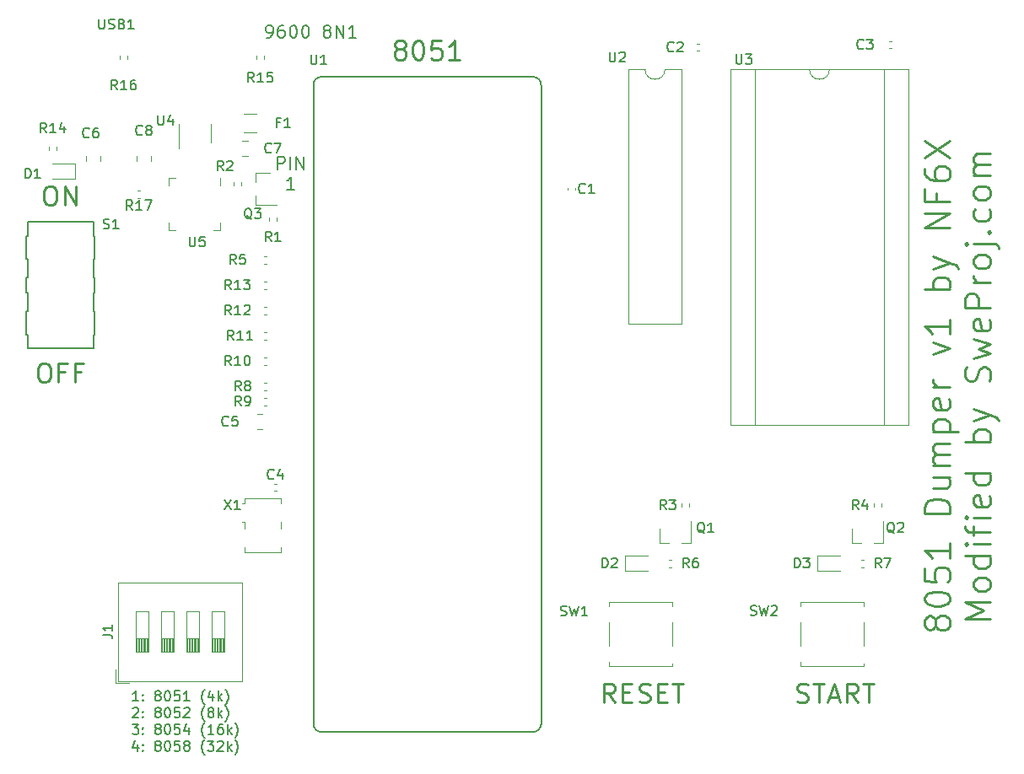
<source format=gbr>
%TF.GenerationSoftware,KiCad,Pcbnew,5.99.0+really5.1.10+dfsg1-1*%
%TF.CreationDate,2021-12-24T14:47:20+01:00*%
%TF.ProjectId,8051dumper,38303531-6475-46d7-9065-722e6b696361,1*%
%TF.SameCoordinates,PX60e4b00PYc1c9600*%
%TF.FileFunction,Legend,Top*%
%TF.FilePolarity,Positive*%
%FSLAX46Y46*%
G04 Gerber Fmt 4.6, Leading zero omitted, Abs format (unit mm)*
G04 Created by KiCad (PCBNEW 5.99.0+really5.1.10+dfsg1-1) date 2021-12-24 14:47:20*
%MOMM*%
%LPD*%
G01*
G04 APERTURE LIST*
%ADD10C,0.152400*%
%ADD11C,0.254000*%
%ADD12C,0.120000*%
%ADD13C,0.127000*%
%ADD14C,0.150000*%
G04 APERTURE END LIST*
D10*
X14208155Y6499981D02*
X13627583Y6499981D01*
X13917869Y6499981D02*
X13917869Y7515981D01*
X13821107Y7370839D01*
X13724345Y7274077D01*
X13627583Y7225696D01*
X14643583Y6596743D02*
X14691964Y6548362D01*
X14643583Y6499981D01*
X14595202Y6548362D01*
X14643583Y6596743D01*
X14643583Y6499981D01*
X14643583Y7128934D02*
X14691964Y7080553D01*
X14643583Y7032172D01*
X14595202Y7080553D01*
X14643583Y7128934D01*
X14643583Y7032172D01*
X16046631Y7080553D02*
X15949869Y7128934D01*
X15901488Y7177315D01*
X15853107Y7274077D01*
X15853107Y7322458D01*
X15901488Y7419220D01*
X15949869Y7467600D01*
X16046631Y7515981D01*
X16240155Y7515981D01*
X16336917Y7467600D01*
X16385298Y7419220D01*
X16433679Y7322458D01*
X16433679Y7274077D01*
X16385298Y7177315D01*
X16336917Y7128934D01*
X16240155Y7080553D01*
X16046631Y7080553D01*
X15949869Y7032172D01*
X15901488Y6983791D01*
X15853107Y6887029D01*
X15853107Y6693505D01*
X15901488Y6596743D01*
X15949869Y6548362D01*
X16046631Y6499981D01*
X16240155Y6499981D01*
X16336917Y6548362D01*
X16385298Y6596743D01*
X16433679Y6693505D01*
X16433679Y6887029D01*
X16385298Y6983791D01*
X16336917Y7032172D01*
X16240155Y7080553D01*
X17062631Y7515981D02*
X17159393Y7515981D01*
X17256155Y7467600D01*
X17304536Y7419220D01*
X17352917Y7322458D01*
X17401298Y7128934D01*
X17401298Y6887029D01*
X17352917Y6693505D01*
X17304536Y6596743D01*
X17256155Y6548362D01*
X17159393Y6499981D01*
X17062631Y6499981D01*
X16965869Y6548362D01*
X16917488Y6596743D01*
X16869107Y6693505D01*
X16820726Y6887029D01*
X16820726Y7128934D01*
X16869107Y7322458D01*
X16917488Y7419220D01*
X16965869Y7467600D01*
X17062631Y7515981D01*
X18320536Y7515981D02*
X17836726Y7515981D01*
X17788345Y7032172D01*
X17836726Y7080553D01*
X17933488Y7128934D01*
X18175393Y7128934D01*
X18272155Y7080553D01*
X18320536Y7032172D01*
X18368917Y6935410D01*
X18368917Y6693505D01*
X18320536Y6596743D01*
X18272155Y6548362D01*
X18175393Y6499981D01*
X17933488Y6499981D01*
X17836726Y6548362D01*
X17788345Y6596743D01*
X19336536Y6499981D02*
X18755964Y6499981D01*
X19046250Y6499981D02*
X19046250Y7515981D01*
X18949488Y7370839D01*
X18852726Y7274077D01*
X18755964Y7225696D01*
X20836345Y6112934D02*
X20787964Y6161315D01*
X20691202Y6306458D01*
X20642821Y6403220D01*
X20594440Y6548362D01*
X20546060Y6790267D01*
X20546060Y6983791D01*
X20594440Y7225696D01*
X20642821Y7370839D01*
X20691202Y7467600D01*
X20787964Y7612743D01*
X20836345Y7661124D01*
X21658821Y7177315D02*
X21658821Y6499981D01*
X21416917Y7564362D02*
X21175012Y6838648D01*
X21803964Y6838648D01*
X22191012Y6499981D02*
X22191012Y7515981D01*
X22287774Y6887029D02*
X22578060Y6499981D01*
X22578060Y7177315D02*
X22191012Y6790267D01*
X22916726Y6112934D02*
X22965107Y6161315D01*
X23061869Y6306458D01*
X23110250Y6403220D01*
X23158631Y6548362D01*
X23207012Y6790267D01*
X23207012Y6983791D01*
X23158631Y7225696D01*
X23110250Y7370839D01*
X23061869Y7467600D01*
X22965107Y7612743D01*
X22916726Y7661124D01*
X13627583Y5742820D02*
X13675964Y5791200D01*
X13772726Y5839581D01*
X14014631Y5839581D01*
X14111393Y5791200D01*
X14159774Y5742820D01*
X14208155Y5646058D01*
X14208155Y5549296D01*
X14159774Y5404153D01*
X13579202Y4823581D01*
X14208155Y4823581D01*
X14643583Y4920343D02*
X14691964Y4871962D01*
X14643583Y4823581D01*
X14595202Y4871962D01*
X14643583Y4920343D01*
X14643583Y4823581D01*
X14643583Y5452534D02*
X14691964Y5404153D01*
X14643583Y5355772D01*
X14595202Y5404153D01*
X14643583Y5452534D01*
X14643583Y5355772D01*
X16046631Y5404153D02*
X15949869Y5452534D01*
X15901488Y5500915D01*
X15853107Y5597677D01*
X15853107Y5646058D01*
X15901488Y5742820D01*
X15949869Y5791200D01*
X16046631Y5839581D01*
X16240155Y5839581D01*
X16336917Y5791200D01*
X16385298Y5742820D01*
X16433679Y5646058D01*
X16433679Y5597677D01*
X16385298Y5500915D01*
X16336917Y5452534D01*
X16240155Y5404153D01*
X16046631Y5404153D01*
X15949869Y5355772D01*
X15901488Y5307391D01*
X15853107Y5210629D01*
X15853107Y5017105D01*
X15901488Y4920343D01*
X15949869Y4871962D01*
X16046631Y4823581D01*
X16240155Y4823581D01*
X16336917Y4871962D01*
X16385298Y4920343D01*
X16433679Y5017105D01*
X16433679Y5210629D01*
X16385298Y5307391D01*
X16336917Y5355772D01*
X16240155Y5404153D01*
X17062631Y5839581D02*
X17159393Y5839581D01*
X17256155Y5791200D01*
X17304536Y5742820D01*
X17352917Y5646058D01*
X17401298Y5452534D01*
X17401298Y5210629D01*
X17352917Y5017105D01*
X17304536Y4920343D01*
X17256155Y4871962D01*
X17159393Y4823581D01*
X17062631Y4823581D01*
X16965869Y4871962D01*
X16917488Y4920343D01*
X16869107Y5017105D01*
X16820726Y5210629D01*
X16820726Y5452534D01*
X16869107Y5646058D01*
X16917488Y5742820D01*
X16965869Y5791200D01*
X17062631Y5839581D01*
X18320536Y5839581D02*
X17836726Y5839581D01*
X17788345Y5355772D01*
X17836726Y5404153D01*
X17933488Y5452534D01*
X18175393Y5452534D01*
X18272155Y5404153D01*
X18320536Y5355772D01*
X18368917Y5259010D01*
X18368917Y5017105D01*
X18320536Y4920343D01*
X18272155Y4871962D01*
X18175393Y4823581D01*
X17933488Y4823581D01*
X17836726Y4871962D01*
X17788345Y4920343D01*
X18755964Y5742820D02*
X18804345Y5791200D01*
X18901107Y5839581D01*
X19143012Y5839581D01*
X19239774Y5791200D01*
X19288155Y5742820D01*
X19336536Y5646058D01*
X19336536Y5549296D01*
X19288155Y5404153D01*
X18707583Y4823581D01*
X19336536Y4823581D01*
X20836345Y4436534D02*
X20787964Y4484915D01*
X20691202Y4630058D01*
X20642821Y4726820D01*
X20594440Y4871962D01*
X20546060Y5113867D01*
X20546060Y5307391D01*
X20594440Y5549296D01*
X20642821Y5694439D01*
X20691202Y5791200D01*
X20787964Y5936343D01*
X20836345Y5984724D01*
X21368536Y5404153D02*
X21271774Y5452534D01*
X21223393Y5500915D01*
X21175012Y5597677D01*
X21175012Y5646058D01*
X21223393Y5742820D01*
X21271774Y5791200D01*
X21368536Y5839581D01*
X21562060Y5839581D01*
X21658821Y5791200D01*
X21707202Y5742820D01*
X21755583Y5646058D01*
X21755583Y5597677D01*
X21707202Y5500915D01*
X21658821Y5452534D01*
X21562060Y5404153D01*
X21368536Y5404153D01*
X21271774Y5355772D01*
X21223393Y5307391D01*
X21175012Y5210629D01*
X21175012Y5017105D01*
X21223393Y4920343D01*
X21271774Y4871962D01*
X21368536Y4823581D01*
X21562060Y4823581D01*
X21658821Y4871962D01*
X21707202Y4920343D01*
X21755583Y5017105D01*
X21755583Y5210629D01*
X21707202Y5307391D01*
X21658821Y5355772D01*
X21562060Y5404153D01*
X22191012Y4823581D02*
X22191012Y5839581D01*
X22287774Y5210629D02*
X22578060Y4823581D01*
X22578060Y5500915D02*
X22191012Y5113867D01*
X22916726Y4436534D02*
X22965107Y4484915D01*
X23061869Y4630058D01*
X23110250Y4726820D01*
X23158631Y4871962D01*
X23207012Y5113867D01*
X23207012Y5307391D01*
X23158631Y5549296D01*
X23110250Y5694439D01*
X23061869Y5791200D01*
X22965107Y5936343D01*
X22916726Y5984724D01*
X13579202Y4163181D02*
X14208155Y4163181D01*
X13869488Y3776134D01*
X14014631Y3776134D01*
X14111393Y3727753D01*
X14159774Y3679372D01*
X14208155Y3582610D01*
X14208155Y3340705D01*
X14159774Y3243943D01*
X14111393Y3195562D01*
X14014631Y3147181D01*
X13724345Y3147181D01*
X13627583Y3195562D01*
X13579202Y3243943D01*
X14643583Y3243943D02*
X14691964Y3195562D01*
X14643583Y3147181D01*
X14595202Y3195562D01*
X14643583Y3243943D01*
X14643583Y3147181D01*
X14643583Y3776134D02*
X14691964Y3727753D01*
X14643583Y3679372D01*
X14595202Y3727753D01*
X14643583Y3776134D01*
X14643583Y3679372D01*
X16046631Y3727753D02*
X15949869Y3776134D01*
X15901488Y3824515D01*
X15853107Y3921277D01*
X15853107Y3969658D01*
X15901488Y4066420D01*
X15949869Y4114800D01*
X16046631Y4163181D01*
X16240155Y4163181D01*
X16336917Y4114800D01*
X16385298Y4066420D01*
X16433679Y3969658D01*
X16433679Y3921277D01*
X16385298Y3824515D01*
X16336917Y3776134D01*
X16240155Y3727753D01*
X16046631Y3727753D01*
X15949869Y3679372D01*
X15901488Y3630991D01*
X15853107Y3534229D01*
X15853107Y3340705D01*
X15901488Y3243943D01*
X15949869Y3195562D01*
X16046631Y3147181D01*
X16240155Y3147181D01*
X16336917Y3195562D01*
X16385298Y3243943D01*
X16433679Y3340705D01*
X16433679Y3534229D01*
X16385298Y3630991D01*
X16336917Y3679372D01*
X16240155Y3727753D01*
X17062631Y4163181D02*
X17159393Y4163181D01*
X17256155Y4114800D01*
X17304536Y4066420D01*
X17352917Y3969658D01*
X17401298Y3776134D01*
X17401298Y3534229D01*
X17352917Y3340705D01*
X17304536Y3243943D01*
X17256155Y3195562D01*
X17159393Y3147181D01*
X17062631Y3147181D01*
X16965869Y3195562D01*
X16917488Y3243943D01*
X16869107Y3340705D01*
X16820726Y3534229D01*
X16820726Y3776134D01*
X16869107Y3969658D01*
X16917488Y4066420D01*
X16965869Y4114800D01*
X17062631Y4163181D01*
X18320536Y4163181D02*
X17836726Y4163181D01*
X17788345Y3679372D01*
X17836726Y3727753D01*
X17933488Y3776134D01*
X18175393Y3776134D01*
X18272155Y3727753D01*
X18320536Y3679372D01*
X18368917Y3582610D01*
X18368917Y3340705D01*
X18320536Y3243943D01*
X18272155Y3195562D01*
X18175393Y3147181D01*
X17933488Y3147181D01*
X17836726Y3195562D01*
X17788345Y3243943D01*
X19239774Y3824515D02*
X19239774Y3147181D01*
X18997869Y4211562D02*
X18755964Y3485848D01*
X19384917Y3485848D01*
X20836345Y2760134D02*
X20787964Y2808515D01*
X20691202Y2953658D01*
X20642821Y3050420D01*
X20594440Y3195562D01*
X20546060Y3437467D01*
X20546060Y3630991D01*
X20594440Y3872896D01*
X20642821Y4018039D01*
X20691202Y4114800D01*
X20787964Y4259943D01*
X20836345Y4308324D01*
X21755583Y3147181D02*
X21175012Y3147181D01*
X21465298Y3147181D02*
X21465298Y4163181D01*
X21368536Y4018039D01*
X21271774Y3921277D01*
X21175012Y3872896D01*
X22626440Y4163181D02*
X22432917Y4163181D01*
X22336155Y4114800D01*
X22287774Y4066420D01*
X22191012Y3921277D01*
X22142631Y3727753D01*
X22142631Y3340705D01*
X22191012Y3243943D01*
X22239393Y3195562D01*
X22336155Y3147181D01*
X22529679Y3147181D01*
X22626440Y3195562D01*
X22674821Y3243943D01*
X22723202Y3340705D01*
X22723202Y3582610D01*
X22674821Y3679372D01*
X22626440Y3727753D01*
X22529679Y3776134D01*
X22336155Y3776134D01*
X22239393Y3727753D01*
X22191012Y3679372D01*
X22142631Y3582610D01*
X23158631Y3147181D02*
X23158631Y4163181D01*
X23255393Y3534229D02*
X23545679Y3147181D01*
X23545679Y3824515D02*
X23158631Y3437467D01*
X23884345Y2760134D02*
X23932726Y2808515D01*
X24029488Y2953658D01*
X24077869Y3050420D01*
X24126250Y3195562D01*
X24174631Y3437467D01*
X24174631Y3630991D01*
X24126250Y3872896D01*
X24077869Y4018039D01*
X24029488Y4114800D01*
X23932726Y4259943D01*
X23884345Y4308324D01*
X14111393Y2148115D02*
X14111393Y1470781D01*
X13869488Y2535162D02*
X13627583Y1809448D01*
X14256536Y1809448D01*
X14643583Y1567543D02*
X14691964Y1519162D01*
X14643583Y1470781D01*
X14595202Y1519162D01*
X14643583Y1567543D01*
X14643583Y1470781D01*
X14643583Y2099734D02*
X14691964Y2051353D01*
X14643583Y2002972D01*
X14595202Y2051353D01*
X14643583Y2099734D01*
X14643583Y2002972D01*
X16046631Y2051353D02*
X15949869Y2099734D01*
X15901488Y2148115D01*
X15853107Y2244877D01*
X15853107Y2293258D01*
X15901488Y2390020D01*
X15949869Y2438400D01*
X16046631Y2486781D01*
X16240155Y2486781D01*
X16336917Y2438400D01*
X16385298Y2390020D01*
X16433679Y2293258D01*
X16433679Y2244877D01*
X16385298Y2148115D01*
X16336917Y2099734D01*
X16240155Y2051353D01*
X16046631Y2051353D01*
X15949869Y2002972D01*
X15901488Y1954591D01*
X15853107Y1857829D01*
X15853107Y1664305D01*
X15901488Y1567543D01*
X15949869Y1519162D01*
X16046631Y1470781D01*
X16240155Y1470781D01*
X16336917Y1519162D01*
X16385298Y1567543D01*
X16433679Y1664305D01*
X16433679Y1857829D01*
X16385298Y1954591D01*
X16336917Y2002972D01*
X16240155Y2051353D01*
X17062631Y2486781D02*
X17159393Y2486781D01*
X17256155Y2438400D01*
X17304536Y2390020D01*
X17352917Y2293258D01*
X17401298Y2099734D01*
X17401298Y1857829D01*
X17352917Y1664305D01*
X17304536Y1567543D01*
X17256155Y1519162D01*
X17159393Y1470781D01*
X17062631Y1470781D01*
X16965869Y1519162D01*
X16917488Y1567543D01*
X16869107Y1664305D01*
X16820726Y1857829D01*
X16820726Y2099734D01*
X16869107Y2293258D01*
X16917488Y2390020D01*
X16965869Y2438400D01*
X17062631Y2486781D01*
X18320536Y2486781D02*
X17836726Y2486781D01*
X17788345Y2002972D01*
X17836726Y2051353D01*
X17933488Y2099734D01*
X18175393Y2099734D01*
X18272155Y2051353D01*
X18320536Y2002972D01*
X18368917Y1906210D01*
X18368917Y1664305D01*
X18320536Y1567543D01*
X18272155Y1519162D01*
X18175393Y1470781D01*
X17933488Y1470781D01*
X17836726Y1519162D01*
X17788345Y1567543D01*
X18949488Y2051353D02*
X18852726Y2099734D01*
X18804345Y2148115D01*
X18755964Y2244877D01*
X18755964Y2293258D01*
X18804345Y2390020D01*
X18852726Y2438400D01*
X18949488Y2486781D01*
X19143012Y2486781D01*
X19239774Y2438400D01*
X19288155Y2390020D01*
X19336536Y2293258D01*
X19336536Y2244877D01*
X19288155Y2148115D01*
X19239774Y2099734D01*
X19143012Y2051353D01*
X18949488Y2051353D01*
X18852726Y2002972D01*
X18804345Y1954591D01*
X18755964Y1857829D01*
X18755964Y1664305D01*
X18804345Y1567543D01*
X18852726Y1519162D01*
X18949488Y1470781D01*
X19143012Y1470781D01*
X19239774Y1519162D01*
X19288155Y1567543D01*
X19336536Y1664305D01*
X19336536Y1857829D01*
X19288155Y1954591D01*
X19239774Y2002972D01*
X19143012Y2051353D01*
X20836345Y1083734D02*
X20787964Y1132115D01*
X20691202Y1277258D01*
X20642821Y1374020D01*
X20594440Y1519162D01*
X20546060Y1761067D01*
X20546060Y1954591D01*
X20594440Y2196496D01*
X20642821Y2341639D01*
X20691202Y2438400D01*
X20787964Y2583543D01*
X20836345Y2631924D01*
X21126631Y2486781D02*
X21755583Y2486781D01*
X21416917Y2099734D01*
X21562060Y2099734D01*
X21658821Y2051353D01*
X21707202Y2002972D01*
X21755583Y1906210D01*
X21755583Y1664305D01*
X21707202Y1567543D01*
X21658821Y1519162D01*
X21562060Y1470781D01*
X21271774Y1470781D01*
X21175012Y1519162D01*
X21126631Y1567543D01*
X22142631Y2390020D02*
X22191012Y2438400D01*
X22287774Y2486781D01*
X22529679Y2486781D01*
X22626440Y2438400D01*
X22674821Y2390020D01*
X22723202Y2293258D01*
X22723202Y2196496D01*
X22674821Y2051353D01*
X22094250Y1470781D01*
X22723202Y1470781D01*
X23158631Y1470781D02*
X23158631Y2486781D01*
X23255393Y1857829D02*
X23545679Y1470781D01*
X23545679Y2148115D02*
X23158631Y1761067D01*
X23884345Y1083734D02*
X23932726Y1132115D01*
X24029488Y1277258D01*
X24077869Y1374020D01*
X24126250Y1519162D01*
X24174631Y1761067D01*
X24174631Y1954591D01*
X24126250Y2196496D01*
X24077869Y2341639D01*
X24029488Y2438400D01*
X23932726Y2583543D01*
X23884345Y2631924D01*
D11*
X4535714Y40413215D02*
X4898571Y40413215D01*
X5080000Y40322500D01*
X5261428Y40141072D01*
X5352142Y39778215D01*
X5352142Y39143215D01*
X5261428Y38780358D01*
X5080000Y38598929D01*
X4898571Y38508215D01*
X4535714Y38508215D01*
X4354285Y38598929D01*
X4172857Y38780358D01*
X4082142Y39143215D01*
X4082142Y39778215D01*
X4172857Y40141072D01*
X4354285Y40322500D01*
X4535714Y40413215D01*
X6803571Y39506072D02*
X6168571Y39506072D01*
X6168571Y38508215D02*
X6168571Y40413215D01*
X7075714Y40413215D01*
X8436428Y39506072D02*
X7801428Y39506072D01*
X7801428Y38508215D02*
X7801428Y40413215D01*
X8708571Y40413215D01*
X5170714Y58193215D02*
X5533571Y58193215D01*
X5715000Y58102500D01*
X5896428Y57921072D01*
X5987142Y57558215D01*
X5987142Y56923215D01*
X5896428Y56560358D01*
X5715000Y56378929D01*
X5533571Y56288215D01*
X5170714Y56288215D01*
X4989285Y56378929D01*
X4807857Y56560358D01*
X4717142Y56923215D01*
X4717142Y57558215D01*
X4807857Y57921072D01*
X4989285Y58102500D01*
X5170714Y58193215D01*
X6803571Y56288215D02*
X6803571Y58193215D01*
X7892142Y56288215D01*
X7892142Y58193215D01*
D10*
X28163761Y59890177D02*
X28163761Y61160177D01*
X28647571Y61160177D01*
X28768523Y61099700D01*
X28829000Y61039224D01*
X28889476Y60918272D01*
X28889476Y60736843D01*
X28829000Y60615891D01*
X28768523Y60555415D01*
X28647571Y60494939D01*
X28163761Y60494939D01*
X29433761Y59890177D02*
X29433761Y61160177D01*
X30038523Y59890177D02*
X30038523Y61160177D01*
X30764238Y59890177D01*
X30764238Y61160177D01*
X29826857Y57832777D02*
X29101142Y57832777D01*
X29464000Y57832777D02*
X29464000Y59102777D01*
X29343047Y58921348D01*
X29222095Y58800396D01*
X29101142Y58739920D01*
X27081238Y73085477D02*
X27323142Y73085477D01*
X27444095Y73145953D01*
X27504571Y73206429D01*
X27625523Y73387858D01*
X27686000Y73629762D01*
X27686000Y74113572D01*
X27625523Y74234524D01*
X27565047Y74295000D01*
X27444095Y74355477D01*
X27202190Y74355477D01*
X27081238Y74295000D01*
X27020761Y74234524D01*
X26960285Y74113572D01*
X26960285Y73811191D01*
X27020761Y73690239D01*
X27081238Y73629762D01*
X27202190Y73569286D01*
X27444095Y73569286D01*
X27565047Y73629762D01*
X27625523Y73690239D01*
X27686000Y73811191D01*
X28774571Y74355477D02*
X28532666Y74355477D01*
X28411714Y74295000D01*
X28351238Y74234524D01*
X28230285Y74053096D01*
X28169809Y73811191D01*
X28169809Y73327381D01*
X28230285Y73206429D01*
X28290761Y73145953D01*
X28411714Y73085477D01*
X28653619Y73085477D01*
X28774571Y73145953D01*
X28835047Y73206429D01*
X28895523Y73327381D01*
X28895523Y73629762D01*
X28835047Y73750715D01*
X28774571Y73811191D01*
X28653619Y73871667D01*
X28411714Y73871667D01*
X28290761Y73811191D01*
X28230285Y73750715D01*
X28169809Y73629762D01*
X29681714Y74355477D02*
X29802666Y74355477D01*
X29923619Y74295000D01*
X29984095Y74234524D01*
X30044571Y74113572D01*
X30105047Y73871667D01*
X30105047Y73569286D01*
X30044571Y73327381D01*
X29984095Y73206429D01*
X29923619Y73145953D01*
X29802666Y73085477D01*
X29681714Y73085477D01*
X29560761Y73145953D01*
X29500285Y73206429D01*
X29439809Y73327381D01*
X29379333Y73569286D01*
X29379333Y73871667D01*
X29439809Y74113572D01*
X29500285Y74234524D01*
X29560761Y74295000D01*
X29681714Y74355477D01*
X30891238Y74355477D02*
X31012190Y74355477D01*
X31133142Y74295000D01*
X31193619Y74234524D01*
X31254095Y74113572D01*
X31314571Y73871667D01*
X31314571Y73569286D01*
X31254095Y73327381D01*
X31193619Y73206429D01*
X31133142Y73145953D01*
X31012190Y73085477D01*
X30891238Y73085477D01*
X30770285Y73145953D01*
X30709809Y73206429D01*
X30649333Y73327381D01*
X30588857Y73569286D01*
X30588857Y73871667D01*
X30649333Y74113572D01*
X30709809Y74234524D01*
X30770285Y74295000D01*
X30891238Y74355477D01*
X33007904Y73811191D02*
X32886952Y73871667D01*
X32826476Y73932143D01*
X32766000Y74053096D01*
X32766000Y74113572D01*
X32826476Y74234524D01*
X32886952Y74295000D01*
X33007904Y74355477D01*
X33249809Y74355477D01*
X33370761Y74295000D01*
X33431238Y74234524D01*
X33491714Y74113572D01*
X33491714Y74053096D01*
X33431238Y73932143D01*
X33370761Y73871667D01*
X33249809Y73811191D01*
X33007904Y73811191D01*
X32886952Y73750715D01*
X32826476Y73690239D01*
X32766000Y73569286D01*
X32766000Y73327381D01*
X32826476Y73206429D01*
X32886952Y73145953D01*
X33007904Y73085477D01*
X33249809Y73085477D01*
X33370761Y73145953D01*
X33431238Y73206429D01*
X33491714Y73327381D01*
X33491714Y73569286D01*
X33431238Y73690239D01*
X33370761Y73750715D01*
X33249809Y73811191D01*
X34036000Y73085477D02*
X34036000Y74355477D01*
X34761714Y73085477D01*
X34761714Y74355477D01*
X36031714Y73085477D02*
X35306000Y73085477D01*
X35668857Y73085477D02*
X35668857Y74355477D01*
X35547904Y74174048D01*
X35426952Y74053096D01*
X35306000Y73992620D01*
D11*
X40277142Y71981786D02*
X40095714Y72072500D01*
X40005000Y72163215D01*
X39914285Y72344643D01*
X39914285Y72435358D01*
X40005000Y72616786D01*
X40095714Y72707500D01*
X40277142Y72798215D01*
X40640000Y72798215D01*
X40821428Y72707500D01*
X40912142Y72616786D01*
X41002857Y72435358D01*
X41002857Y72344643D01*
X40912142Y72163215D01*
X40821428Y72072500D01*
X40640000Y71981786D01*
X40277142Y71981786D01*
X40095714Y71891072D01*
X40005000Y71800358D01*
X39914285Y71618929D01*
X39914285Y71256072D01*
X40005000Y71074643D01*
X40095714Y70983929D01*
X40277142Y70893215D01*
X40640000Y70893215D01*
X40821428Y70983929D01*
X40912142Y71074643D01*
X41002857Y71256072D01*
X41002857Y71618929D01*
X40912142Y71800358D01*
X40821428Y71891072D01*
X40640000Y71981786D01*
X42182142Y72798215D02*
X42363571Y72798215D01*
X42545000Y72707500D01*
X42635714Y72616786D01*
X42726428Y72435358D01*
X42817142Y72072500D01*
X42817142Y71618929D01*
X42726428Y71256072D01*
X42635714Y71074643D01*
X42545000Y70983929D01*
X42363571Y70893215D01*
X42182142Y70893215D01*
X42000714Y70983929D01*
X41910000Y71074643D01*
X41819285Y71256072D01*
X41728571Y71618929D01*
X41728571Y72072500D01*
X41819285Y72435358D01*
X41910000Y72616786D01*
X42000714Y72707500D01*
X42182142Y72798215D01*
X44540714Y72798215D02*
X43633571Y72798215D01*
X43542857Y71891072D01*
X43633571Y71981786D01*
X43815000Y72072500D01*
X44268571Y72072500D01*
X44450000Y71981786D01*
X44540714Y71891072D01*
X44631428Y71709643D01*
X44631428Y71256072D01*
X44540714Y71074643D01*
X44450000Y70983929D01*
X44268571Y70893215D01*
X43815000Y70893215D01*
X43633571Y70983929D01*
X43542857Y71074643D01*
X46445714Y70893215D02*
X45357142Y70893215D01*
X45901428Y70893215D02*
X45901428Y72798215D01*
X45720000Y72526072D01*
X45538571Y72344643D01*
X45357142Y72253929D01*
X94185619Y14090953D02*
X94064666Y13849048D01*
X93943714Y13728096D01*
X93701809Y13607143D01*
X93580857Y13607143D01*
X93338952Y13728096D01*
X93218000Y13849048D01*
X93097047Y14090953D01*
X93097047Y14574762D01*
X93218000Y14816667D01*
X93338952Y14937620D01*
X93580857Y15058572D01*
X93701809Y15058572D01*
X93943714Y14937620D01*
X94064666Y14816667D01*
X94185619Y14574762D01*
X94185619Y14090953D01*
X94306571Y13849048D01*
X94427523Y13728096D01*
X94669428Y13607143D01*
X95153238Y13607143D01*
X95395142Y13728096D01*
X95516095Y13849048D01*
X95637047Y14090953D01*
X95637047Y14574762D01*
X95516095Y14816667D01*
X95395142Y14937620D01*
X95153238Y15058572D01*
X94669428Y15058572D01*
X94427523Y14937620D01*
X94306571Y14816667D01*
X94185619Y14574762D01*
X93097047Y16630953D02*
X93097047Y16872858D01*
X93218000Y17114762D01*
X93338952Y17235715D01*
X93580857Y17356667D01*
X94064666Y17477620D01*
X94669428Y17477620D01*
X95153238Y17356667D01*
X95395142Y17235715D01*
X95516095Y17114762D01*
X95637047Y16872858D01*
X95637047Y16630953D01*
X95516095Y16389048D01*
X95395142Y16268096D01*
X95153238Y16147143D01*
X94669428Y16026191D01*
X94064666Y16026191D01*
X93580857Y16147143D01*
X93338952Y16268096D01*
X93218000Y16389048D01*
X93097047Y16630953D01*
X93097047Y19775715D02*
X93097047Y18566191D01*
X94306571Y18445239D01*
X94185619Y18566191D01*
X94064666Y18808096D01*
X94064666Y19412858D01*
X94185619Y19654762D01*
X94306571Y19775715D01*
X94548476Y19896667D01*
X95153238Y19896667D01*
X95395142Y19775715D01*
X95516095Y19654762D01*
X95637047Y19412858D01*
X95637047Y18808096D01*
X95516095Y18566191D01*
X95395142Y18445239D01*
X95637047Y22315715D02*
X95637047Y20864286D01*
X95637047Y21590000D02*
X93097047Y21590000D01*
X93459904Y21348096D01*
X93701809Y21106191D01*
X93822761Y20864286D01*
X95637047Y25339524D02*
X93097047Y25339524D01*
X93097047Y25944286D01*
X93218000Y26307143D01*
X93459904Y26549048D01*
X93701809Y26670000D01*
X94185619Y26790953D01*
X94548476Y26790953D01*
X95032285Y26670000D01*
X95274190Y26549048D01*
X95516095Y26307143D01*
X95637047Y25944286D01*
X95637047Y25339524D01*
X93943714Y28968096D02*
X95637047Y28968096D01*
X93943714Y27879524D02*
X95274190Y27879524D01*
X95516095Y28000477D01*
X95637047Y28242381D01*
X95637047Y28605239D01*
X95516095Y28847143D01*
X95395142Y28968096D01*
X95637047Y30177620D02*
X93943714Y30177620D01*
X94185619Y30177620D02*
X94064666Y30298572D01*
X93943714Y30540477D01*
X93943714Y30903334D01*
X94064666Y31145239D01*
X94306571Y31266191D01*
X95637047Y31266191D01*
X94306571Y31266191D02*
X94064666Y31387143D01*
X93943714Y31629048D01*
X93943714Y31991905D01*
X94064666Y32233810D01*
X94306571Y32354762D01*
X95637047Y32354762D01*
X93943714Y33564286D02*
X96483714Y33564286D01*
X94064666Y33564286D02*
X93943714Y33806191D01*
X93943714Y34290000D01*
X94064666Y34531905D01*
X94185619Y34652858D01*
X94427523Y34773810D01*
X95153238Y34773810D01*
X95395142Y34652858D01*
X95516095Y34531905D01*
X95637047Y34290000D01*
X95637047Y33806191D01*
X95516095Y33564286D01*
X95516095Y36830000D02*
X95637047Y36588096D01*
X95637047Y36104286D01*
X95516095Y35862381D01*
X95274190Y35741429D01*
X94306571Y35741429D01*
X94064666Y35862381D01*
X93943714Y36104286D01*
X93943714Y36588096D01*
X94064666Y36830000D01*
X94306571Y36950953D01*
X94548476Y36950953D01*
X94790380Y35741429D01*
X95637047Y38039524D02*
X93943714Y38039524D01*
X94427523Y38039524D02*
X94185619Y38160477D01*
X94064666Y38281429D01*
X93943714Y38523334D01*
X93943714Y38765239D01*
X93943714Y41305239D02*
X95637047Y41910000D01*
X93943714Y42514762D01*
X95637047Y44812858D02*
X95637047Y43361429D01*
X95637047Y44087143D02*
X93097047Y44087143D01*
X93459904Y43845239D01*
X93701809Y43603334D01*
X93822761Y43361429D01*
X95637047Y47836667D02*
X93097047Y47836667D01*
X94064666Y47836667D02*
X93943714Y48078572D01*
X93943714Y48562381D01*
X94064666Y48804286D01*
X94185619Y48925239D01*
X94427523Y49046191D01*
X95153238Y49046191D01*
X95395142Y48925239D01*
X95516095Y48804286D01*
X95637047Y48562381D01*
X95637047Y48078572D01*
X95516095Y47836667D01*
X93943714Y49892858D02*
X95637047Y50497620D01*
X93943714Y51102381D02*
X95637047Y50497620D01*
X96241809Y50255715D01*
X96362761Y50134762D01*
X96483714Y49892858D01*
X95637047Y54005239D02*
X93097047Y54005239D01*
X95637047Y55456667D01*
X93097047Y55456667D01*
X94306571Y57512858D02*
X94306571Y56666191D01*
X95637047Y56666191D02*
X93097047Y56666191D01*
X93097047Y57875715D01*
X93097047Y59931905D02*
X93097047Y59448096D01*
X93218000Y59206191D01*
X93338952Y59085239D01*
X93701809Y58843334D01*
X94185619Y58722381D01*
X95153238Y58722381D01*
X95395142Y58843334D01*
X95516095Y58964286D01*
X95637047Y59206191D01*
X95637047Y59690000D01*
X95516095Y59931905D01*
X95395142Y60052858D01*
X95153238Y60173810D01*
X94548476Y60173810D01*
X94306571Y60052858D01*
X94185619Y59931905D01*
X94064666Y59690000D01*
X94064666Y59206191D01*
X94185619Y58964286D01*
X94306571Y58843334D01*
X94548476Y58722381D01*
X93097047Y61020477D02*
X95637047Y62713810D01*
X93097047Y62713810D02*
X95637047Y61020477D01*
X99701047Y14756191D02*
X97161047Y14756191D01*
X98975333Y15602858D01*
X97161047Y16449524D01*
X99701047Y16449524D01*
X99701047Y18021905D02*
X99580095Y17780000D01*
X99459142Y17659048D01*
X99217238Y17538096D01*
X98491523Y17538096D01*
X98249619Y17659048D01*
X98128666Y17780000D01*
X98007714Y18021905D01*
X98007714Y18384762D01*
X98128666Y18626667D01*
X98249619Y18747620D01*
X98491523Y18868572D01*
X99217238Y18868572D01*
X99459142Y18747620D01*
X99580095Y18626667D01*
X99701047Y18384762D01*
X99701047Y18021905D01*
X99701047Y21045715D02*
X97161047Y21045715D01*
X99580095Y21045715D02*
X99701047Y20803810D01*
X99701047Y20320000D01*
X99580095Y20078096D01*
X99459142Y19957143D01*
X99217238Y19836191D01*
X98491523Y19836191D01*
X98249619Y19957143D01*
X98128666Y20078096D01*
X98007714Y20320000D01*
X98007714Y20803810D01*
X98128666Y21045715D01*
X99701047Y22255239D02*
X98007714Y22255239D01*
X97161047Y22255239D02*
X97282000Y22134286D01*
X97402952Y22255239D01*
X97282000Y22376191D01*
X97161047Y22255239D01*
X97402952Y22255239D01*
X98007714Y23101905D02*
X98007714Y24069524D01*
X99701047Y23464762D02*
X97523904Y23464762D01*
X97282000Y23585715D01*
X97161047Y23827620D01*
X97161047Y24069524D01*
X99701047Y24916191D02*
X98007714Y24916191D01*
X97161047Y24916191D02*
X97282000Y24795239D01*
X97402952Y24916191D01*
X97282000Y25037143D01*
X97161047Y24916191D01*
X97402952Y24916191D01*
X99580095Y27093334D02*
X99701047Y26851429D01*
X99701047Y26367620D01*
X99580095Y26125715D01*
X99338190Y26004762D01*
X98370571Y26004762D01*
X98128666Y26125715D01*
X98007714Y26367620D01*
X98007714Y26851429D01*
X98128666Y27093334D01*
X98370571Y27214286D01*
X98612476Y27214286D01*
X98854380Y26004762D01*
X99701047Y29391429D02*
X97161047Y29391429D01*
X99580095Y29391429D02*
X99701047Y29149524D01*
X99701047Y28665715D01*
X99580095Y28423810D01*
X99459142Y28302858D01*
X99217238Y28181905D01*
X98491523Y28181905D01*
X98249619Y28302858D01*
X98128666Y28423810D01*
X98007714Y28665715D01*
X98007714Y29149524D01*
X98128666Y29391429D01*
X99701047Y32536191D02*
X97161047Y32536191D01*
X98128666Y32536191D02*
X98007714Y32778096D01*
X98007714Y33261905D01*
X98128666Y33503810D01*
X98249619Y33624762D01*
X98491523Y33745715D01*
X99217238Y33745715D01*
X99459142Y33624762D01*
X99580095Y33503810D01*
X99701047Y33261905D01*
X99701047Y32778096D01*
X99580095Y32536191D01*
X98007714Y34592381D02*
X99701047Y35197143D01*
X98007714Y35801905D02*
X99701047Y35197143D01*
X100305809Y34955239D01*
X100426761Y34834286D01*
X100547714Y34592381D01*
X99580095Y38583810D02*
X99701047Y38946667D01*
X99701047Y39551429D01*
X99580095Y39793334D01*
X99459142Y39914286D01*
X99217238Y40035239D01*
X98975333Y40035239D01*
X98733428Y39914286D01*
X98612476Y39793334D01*
X98491523Y39551429D01*
X98370571Y39067620D01*
X98249619Y38825715D01*
X98128666Y38704762D01*
X97886761Y38583810D01*
X97644857Y38583810D01*
X97402952Y38704762D01*
X97282000Y38825715D01*
X97161047Y39067620D01*
X97161047Y39672381D01*
X97282000Y40035239D01*
X98007714Y40881905D02*
X99701047Y41365715D01*
X98491523Y41849524D01*
X99701047Y42333334D01*
X98007714Y42817143D01*
X99580095Y44752381D02*
X99701047Y44510477D01*
X99701047Y44026667D01*
X99580095Y43784762D01*
X99338190Y43663810D01*
X98370571Y43663810D01*
X98128666Y43784762D01*
X98007714Y44026667D01*
X98007714Y44510477D01*
X98128666Y44752381D01*
X98370571Y44873334D01*
X98612476Y44873334D01*
X98854380Y43663810D01*
X99701047Y45961905D02*
X97161047Y45961905D01*
X97161047Y46929524D01*
X97282000Y47171429D01*
X97402952Y47292381D01*
X97644857Y47413334D01*
X98007714Y47413334D01*
X98249619Y47292381D01*
X98370571Y47171429D01*
X98491523Y46929524D01*
X98491523Y45961905D01*
X99701047Y48501905D02*
X98007714Y48501905D01*
X98491523Y48501905D02*
X98249619Y48622858D01*
X98128666Y48743810D01*
X98007714Y48985715D01*
X98007714Y49227620D01*
X99701047Y50437143D02*
X99580095Y50195239D01*
X99459142Y50074286D01*
X99217238Y49953334D01*
X98491523Y49953334D01*
X98249619Y50074286D01*
X98128666Y50195239D01*
X98007714Y50437143D01*
X98007714Y50800000D01*
X98128666Y51041905D01*
X98249619Y51162858D01*
X98491523Y51283810D01*
X99217238Y51283810D01*
X99459142Y51162858D01*
X99580095Y51041905D01*
X99701047Y50800000D01*
X99701047Y50437143D01*
X98007714Y52372381D02*
X100184857Y52372381D01*
X100426761Y52251429D01*
X100547714Y52009524D01*
X100547714Y51888572D01*
X97161047Y52372381D02*
X97282000Y52251429D01*
X97402952Y52372381D01*
X97282000Y52493334D01*
X97161047Y52372381D01*
X97402952Y52372381D01*
X99459142Y53581905D02*
X99580095Y53702858D01*
X99701047Y53581905D01*
X99580095Y53460953D01*
X99459142Y53581905D01*
X99701047Y53581905D01*
X99580095Y55880000D02*
X99701047Y55638096D01*
X99701047Y55154286D01*
X99580095Y54912381D01*
X99459142Y54791429D01*
X99217238Y54670477D01*
X98491523Y54670477D01*
X98249619Y54791429D01*
X98128666Y54912381D01*
X98007714Y55154286D01*
X98007714Y55638096D01*
X98128666Y55880000D01*
X99701047Y57331429D02*
X99580095Y57089524D01*
X99459142Y56968572D01*
X99217238Y56847620D01*
X98491523Y56847620D01*
X98249619Y56968572D01*
X98128666Y57089524D01*
X98007714Y57331429D01*
X98007714Y57694286D01*
X98128666Y57936191D01*
X98249619Y58057143D01*
X98491523Y58178096D01*
X99217238Y58178096D01*
X99459142Y58057143D01*
X99580095Y57936191D01*
X99701047Y57694286D01*
X99701047Y57331429D01*
X99701047Y59266667D02*
X98007714Y59266667D01*
X98249619Y59266667D02*
X98128666Y59387620D01*
X98007714Y59629524D01*
X98007714Y59992381D01*
X98128666Y60234286D01*
X98370571Y60355239D01*
X99701047Y60355239D01*
X98370571Y60355239D02*
X98128666Y60476191D01*
X98007714Y60718096D01*
X98007714Y61080953D01*
X98128666Y61322858D01*
X98370571Y61443810D01*
X99701047Y61443810D01*
X80309357Y6428929D02*
X80581500Y6338215D01*
X81035071Y6338215D01*
X81216500Y6428929D01*
X81307214Y6519643D01*
X81397928Y6701072D01*
X81397928Y6882500D01*
X81307214Y7063929D01*
X81216500Y7154643D01*
X81035071Y7245358D01*
X80672214Y7336072D01*
X80490785Y7426786D01*
X80400071Y7517500D01*
X80309357Y7698929D01*
X80309357Y7880358D01*
X80400071Y8061786D01*
X80490785Y8152500D01*
X80672214Y8243215D01*
X81125785Y8243215D01*
X81397928Y8152500D01*
X81942214Y8243215D02*
X83030785Y8243215D01*
X82486500Y6338215D02*
X82486500Y8243215D01*
X83575071Y6882500D02*
X84482214Y6882500D01*
X83393642Y6338215D02*
X84028642Y8243215D01*
X84663642Y6338215D01*
X86387214Y6338215D02*
X85752214Y7245358D01*
X85298642Y6338215D02*
X85298642Y8243215D01*
X86024357Y8243215D01*
X86205785Y8152500D01*
X86296500Y8061786D01*
X86387214Y7880358D01*
X86387214Y7608215D01*
X86296500Y7426786D01*
X86205785Y7336072D01*
X86024357Y7245358D01*
X85298642Y7245358D01*
X86931500Y8243215D02*
X88020071Y8243215D01*
X87475785Y6338215D02*
X87475785Y8243215D01*
X62003214Y6338215D02*
X61368214Y7245358D01*
X60914642Y6338215D02*
X60914642Y8243215D01*
X61640357Y8243215D01*
X61821785Y8152500D01*
X61912500Y8061786D01*
X62003214Y7880358D01*
X62003214Y7608215D01*
X61912500Y7426786D01*
X61821785Y7336072D01*
X61640357Y7245358D01*
X60914642Y7245358D01*
X62819642Y7336072D02*
X63454642Y7336072D01*
X63726785Y6338215D02*
X62819642Y6338215D01*
X62819642Y8243215D01*
X63726785Y8243215D01*
X64452500Y6428929D02*
X64724642Y6338215D01*
X65178214Y6338215D01*
X65359642Y6428929D01*
X65450357Y6519643D01*
X65541071Y6701072D01*
X65541071Y6882500D01*
X65450357Y7063929D01*
X65359642Y7154643D01*
X65178214Y7245358D01*
X64815357Y7336072D01*
X64633928Y7426786D01*
X64543214Y7517500D01*
X64452500Y7698929D01*
X64452500Y7880358D01*
X64543214Y8061786D01*
X64633928Y8152500D01*
X64815357Y8243215D01*
X65268928Y8243215D01*
X65541071Y8152500D01*
X66357500Y7336072D02*
X66992500Y7336072D01*
X67264642Y6338215D02*
X66357500Y6338215D01*
X66357500Y8243215D01*
X67264642Y8243215D01*
X67808928Y8243215D02*
X68897500Y8243215D01*
X68353214Y6338215D02*
X68353214Y8243215D01*
D12*
%TO.C,U4*%
X21422000Y62600000D02*
X21422000Y64400000D01*
X18202000Y64400000D02*
X18202000Y61950000D01*
%TO.C,Q3*%
X25910000Y59492000D02*
X25910000Y58562000D01*
X25910000Y56332000D02*
X25910000Y57262000D01*
X25910000Y56332000D02*
X28070000Y56332000D01*
X25910000Y59492000D02*
X27370000Y59492000D01*
%TO.C,Q2*%
X85796000Y22354000D02*
X86726000Y22354000D01*
X88956000Y22354000D02*
X88026000Y22354000D01*
X88956000Y22354000D02*
X88956000Y24514000D01*
X85796000Y22354000D02*
X85796000Y23814000D01*
%TO.C,Q1*%
X66492000Y22354000D02*
X67422000Y22354000D01*
X69652000Y22354000D02*
X68722000Y22354000D01*
X69652000Y22354000D02*
X69652000Y24514000D01*
X66492000Y22354000D02*
X66492000Y23814000D01*
%TO.C,J1*%
X12140000Y8510000D02*
X12140000Y18410000D01*
X24600000Y8510000D02*
X24600000Y18410000D01*
X12140000Y8510000D02*
X24600000Y8510000D01*
X12140000Y18410000D02*
X24600000Y18410000D01*
X11900000Y8270000D02*
X11900000Y9654000D01*
X11900000Y8270000D02*
X13283000Y8270000D01*
X13925000Y11430000D02*
X15195000Y11430000D01*
X15195000Y11430000D02*
X15195000Y15490000D01*
X15195000Y15490000D02*
X13925000Y15490000D01*
X13925000Y15490000D02*
X13925000Y11430000D01*
X14045000Y11430000D02*
X14045000Y12783333D01*
X14165000Y11430000D02*
X14165000Y12783333D01*
X14285000Y11430000D02*
X14285000Y12783333D01*
X14405000Y11430000D02*
X14405000Y12783333D01*
X14525000Y11430000D02*
X14525000Y12783333D01*
X14645000Y11430000D02*
X14645000Y12783333D01*
X14765000Y11430000D02*
X14765000Y12783333D01*
X14885000Y11430000D02*
X14885000Y12783333D01*
X15005000Y11430000D02*
X15005000Y12783333D01*
X15125000Y11430000D02*
X15125000Y12783333D01*
X13925000Y12783333D02*
X15195000Y12783333D01*
X16465000Y11430000D02*
X17735000Y11430000D01*
X17735000Y11430000D02*
X17735000Y15490000D01*
X17735000Y15490000D02*
X16465000Y15490000D01*
X16465000Y15490000D02*
X16465000Y11430000D01*
X16585000Y11430000D02*
X16585000Y12783333D01*
X16705000Y11430000D02*
X16705000Y12783333D01*
X16825000Y11430000D02*
X16825000Y12783333D01*
X16945000Y11430000D02*
X16945000Y12783333D01*
X17065000Y11430000D02*
X17065000Y12783333D01*
X17185000Y11430000D02*
X17185000Y12783333D01*
X17305000Y11430000D02*
X17305000Y12783333D01*
X17425000Y11430000D02*
X17425000Y12783333D01*
X17545000Y11430000D02*
X17545000Y12783333D01*
X17665000Y11430000D02*
X17665000Y12783333D01*
X16465000Y12783333D02*
X17735000Y12783333D01*
X19005000Y11430000D02*
X20275000Y11430000D01*
X20275000Y11430000D02*
X20275000Y15490000D01*
X20275000Y15490000D02*
X19005000Y15490000D01*
X19005000Y15490000D02*
X19005000Y11430000D01*
X19125000Y11430000D02*
X19125000Y12783333D01*
X19245000Y11430000D02*
X19245000Y12783333D01*
X19365000Y11430000D02*
X19365000Y12783333D01*
X19485000Y11430000D02*
X19485000Y12783333D01*
X19605000Y11430000D02*
X19605000Y12783333D01*
X19725000Y11430000D02*
X19725000Y12783333D01*
X19845000Y11430000D02*
X19845000Y12783333D01*
X19965000Y11430000D02*
X19965000Y12783333D01*
X20085000Y11430000D02*
X20085000Y12783333D01*
X20205000Y11430000D02*
X20205000Y12783333D01*
X19005000Y12783333D02*
X20275000Y12783333D01*
X21545000Y11430000D02*
X22815000Y11430000D01*
X22815000Y11430000D02*
X22815000Y15490000D01*
X22815000Y15490000D02*
X21545000Y15490000D01*
X21545000Y15490000D02*
X21545000Y11430000D01*
X21665000Y11430000D02*
X21665000Y12783333D01*
X21785000Y11430000D02*
X21785000Y12783333D01*
X21905000Y11430000D02*
X21905000Y12783333D01*
X22025000Y11430000D02*
X22025000Y12783333D01*
X22145000Y11430000D02*
X22145000Y12783333D01*
X22265000Y11430000D02*
X22265000Y12783333D01*
X22385000Y11430000D02*
X22385000Y12783333D01*
X22505000Y11430000D02*
X22505000Y12783333D01*
X22625000Y11430000D02*
X22625000Y12783333D01*
X22745000Y11430000D02*
X22745000Y12783333D01*
X21545000Y12783333D02*
X22815000Y12783333D01*
%TO.C,X1*%
X28470000Y21960000D02*
X28470000Y21430000D01*
X28470000Y21430000D02*
X24870000Y21430000D01*
X24870000Y21430000D02*
X24870000Y21960000D01*
X28470000Y24500000D02*
X28470000Y23760000D01*
X24630000Y26300000D02*
X24870000Y26300000D01*
X24870000Y26300000D02*
X24870000Y26830000D01*
X24870000Y26830000D02*
X28470000Y26830000D01*
X28470000Y26830000D02*
X28470000Y26300000D01*
X24870000Y23760000D02*
X24870000Y24500000D01*
X24870000Y24500000D02*
X24630000Y24500000D01*
%TO.C,U5*%
X22422000Y54503000D02*
X22422000Y53778000D01*
X22422000Y53778000D02*
X21697000Y53778000D01*
X17202000Y58273000D02*
X17202000Y58998000D01*
X17202000Y58998000D02*
X17927000Y58998000D01*
X17202000Y54503000D02*
X17202000Y53778000D01*
X17202000Y53778000D02*
X17927000Y53778000D01*
X22422000Y58273000D02*
X22422000Y58998000D01*
%TO.C,R17*%
X14377641Y57024000D02*
X14070359Y57024000D01*
X14377641Y57784000D02*
X14070359Y57784000D01*
%TO.C,R16*%
X12320000Y70966359D02*
X12320000Y71273641D01*
X13080000Y70966359D02*
X13080000Y71273641D01*
%TO.C,R15*%
X26036000Y70966359D02*
X26036000Y71273641D01*
X26796000Y70966359D02*
X26796000Y71273641D01*
%TO.C,F1*%
X26002064Y63606000D02*
X24797936Y63606000D01*
X26002064Y65426000D02*
X24797936Y65426000D01*
%TO.C,C8*%
X13997000Y60698748D02*
X13997000Y61221252D01*
X15467000Y60698748D02*
X15467000Y61221252D01*
%TO.C,C7*%
X24630748Y62711000D02*
X25153252Y62711000D01*
X24630748Y61241000D02*
X25153252Y61241000D01*
%TO.C,R14*%
X5968000Y62129641D02*
X5968000Y61822359D01*
X5208000Y62129641D02*
X5208000Y61822359D01*
%TO.C,R13*%
X26770359Y48640000D02*
X27077641Y48640000D01*
X26770359Y47880000D02*
X27077641Y47880000D01*
%TO.C,R12*%
X26770359Y46100000D02*
X27077641Y46100000D01*
X26770359Y45340000D02*
X27077641Y45340000D01*
%TO.C,R11*%
X26770359Y43560000D02*
X27077641Y43560000D01*
X26770359Y42800000D02*
X27077641Y42800000D01*
%TO.C,R10*%
X26770359Y41020000D02*
X27077641Y41020000D01*
X26770359Y40260000D02*
X27077641Y40260000D01*
%TO.C,R9*%
X26770359Y36956000D02*
X27077641Y36956000D01*
X26770359Y36196000D02*
X27077641Y36196000D01*
%TO.C,R8*%
X27077641Y37720000D02*
X26770359Y37720000D01*
X27077641Y38480000D02*
X26770359Y38480000D01*
%TO.C,R7*%
X87021641Y19940000D02*
X86714359Y19940000D01*
X87021641Y20700000D02*
X86714359Y20700000D01*
%TO.C,R6*%
X67717641Y19940000D02*
X67410359Y19940000D01*
X67717641Y20700000D02*
X67410359Y20700000D01*
%TO.C,R5*%
X26770359Y51180000D02*
X27077641Y51180000D01*
X26770359Y50420000D02*
X27077641Y50420000D01*
%TO.C,R4*%
X88012000Y26008359D02*
X88012000Y26315641D01*
X88772000Y26008359D02*
X88772000Y26315641D01*
%TO.C,R3*%
X68708000Y26008359D02*
X68708000Y26315641D01*
X69468000Y26008359D02*
X69468000Y26315641D01*
%TO.C,R2*%
X23750000Y58266359D02*
X23750000Y58573641D01*
X24510000Y58266359D02*
X24510000Y58573641D01*
%TO.C,R1*%
X28066000Y55017641D02*
X28066000Y54710359D01*
X27306000Y55017641D02*
X27306000Y54710359D01*
%TO.C,D1*%
X5550000Y58955000D02*
X7835000Y58955000D01*
X7835000Y58955000D02*
X7835000Y60425000D01*
X7835000Y60425000D02*
X5550000Y60425000D01*
%TO.C,C6*%
X8917000Y60698748D02*
X8917000Y61221252D01*
X10387000Y60698748D02*
X10387000Y61221252D01*
%TO.C,C5*%
X26088748Y35279000D02*
X26611252Y35279000D01*
X26088748Y33809000D02*
X26611252Y33809000D01*
%TO.C,C4*%
X28047836Y27580000D02*
X27832164Y27580000D01*
X28047836Y28300000D02*
X27832164Y28300000D01*
%TO.C,C3*%
X89769836Y72030000D02*
X89554164Y72030000D01*
X89769836Y72750000D02*
X89554164Y72750000D01*
%TO.C,C2*%
X70250164Y72496000D02*
X70465836Y72496000D01*
X70250164Y71776000D02*
X70465836Y71776000D01*
%TO.C,C1*%
X58018000Y58019836D02*
X58018000Y57804164D01*
X57298000Y58019836D02*
X57298000Y57804164D01*
%TO.C,SW2*%
X80610000Y10400000D02*
X80610000Y9990000D01*
X80610000Y9990000D02*
X87030000Y9990000D01*
X87030000Y9990000D02*
X87030000Y10270000D01*
X87030000Y12000000D02*
X87030000Y14400000D01*
X87030000Y16000000D02*
X87030000Y16410000D01*
X87030000Y16410000D02*
X80610000Y16410000D01*
X80610000Y16410000D02*
X80610000Y16000000D01*
X80610000Y14400000D02*
X80610000Y12000000D01*
%TO.C,SW1*%
X61394999Y10400000D02*
X61394999Y9990000D01*
X61394999Y9990000D02*
X67814999Y9990000D01*
X67814999Y9990000D02*
X67814999Y10270000D01*
X67814999Y12000000D02*
X67814999Y14400000D01*
X67814999Y16000000D02*
X67814999Y16410000D01*
X67814999Y16410000D02*
X61394999Y16410000D01*
X61394999Y16410000D02*
X61394999Y16000000D01*
X61394999Y14400000D02*
X61394999Y12000000D01*
%TO.C,D3*%
X84620000Y21055000D02*
X82335000Y21055000D01*
X82335000Y21055000D02*
X82335000Y19585000D01*
X82335000Y19585000D02*
X84620000Y19585000D01*
%TO.C,D2*%
X65316000Y21055000D02*
X63031000Y21055000D01*
X63031000Y21055000D02*
X63031000Y19585000D01*
X63031000Y19585000D02*
X65316000Y19585000D01*
%TO.C,U2*%
X65040000Y69910000D02*
X63390000Y69910000D01*
X63390000Y69910000D02*
X63390000Y44390000D01*
X63390000Y44390000D02*
X68690000Y44390000D01*
X68690000Y44390000D02*
X68690000Y69910000D01*
X68690000Y69910000D02*
X67040000Y69910000D01*
X67040000Y69910000D02*
G75*
G02*
X65040000Y69910000I-1000000J0D01*
G01*
D13*
%TO.C,S1*%
X3429000Y41910000D02*
X9270999Y41910000D01*
X9651999Y41910000D02*
X9270999Y41910000D01*
X9651999Y54609999D02*
X9270999Y54609999D01*
X9270999Y54609999D02*
X3429000Y54609999D01*
X3429000Y54609999D02*
X3048000Y54609999D01*
X3048000Y41910000D02*
X3429000Y41910000D01*
X3048000Y53212999D02*
X2895600Y53212999D01*
X2895600Y50850799D02*
X2895600Y53212999D01*
X3048000Y50850799D02*
X2895600Y50850799D01*
X2895600Y47478950D02*
X2895600Y49041049D01*
X2895600Y43307000D02*
X2895600Y45669200D01*
X3048000Y43307000D02*
X2895600Y43307000D01*
X2895600Y45669200D02*
X3048000Y45669200D01*
X9804399Y53212999D02*
X9651999Y53212999D01*
X9804399Y50850799D02*
X9804399Y53212999D01*
X9804399Y47478950D02*
X9804399Y49041049D01*
X9651999Y45669200D02*
X9804399Y45669200D01*
X9804399Y43307000D02*
X9651999Y43307000D01*
X9804399Y50850799D02*
X9651999Y50850799D01*
X9804399Y43307000D02*
X9804399Y45669200D01*
X2895600Y49041049D02*
X3048000Y49041049D01*
X2895600Y47478950D02*
X3048000Y47478950D01*
X3048000Y43307000D02*
X3048000Y41910000D01*
X3048000Y47478950D02*
X3048000Y45669200D01*
X3048000Y54609999D02*
X3048000Y53212999D01*
X3048000Y50850799D02*
X3048000Y49041049D01*
X9651999Y43307000D02*
X9651999Y41910000D01*
X9651999Y54609999D02*
X9651999Y53212999D01*
X9804399Y49041049D02*
X9651999Y49041049D01*
X9804399Y47478950D02*
X9651999Y47478950D01*
X9651999Y50850799D02*
X9651999Y49041049D01*
X9651999Y47478950D02*
X9651999Y45669200D01*
D12*
%TO.C,U3*%
X81550000Y69910000D02*
X76090000Y69910000D01*
X76090000Y69910000D02*
X76090000Y34230000D01*
X76090000Y34230000D02*
X89010000Y34230000D01*
X89010000Y34230000D02*
X89010000Y69910000D01*
X89010000Y69910000D02*
X83550000Y69910000D01*
X73600000Y69970000D02*
X73600000Y34170000D01*
X73600000Y34170000D02*
X91500000Y34170000D01*
X91500000Y34170000D02*
X91500000Y69970000D01*
X91500000Y69970000D02*
X73600000Y69970000D01*
X83550000Y69910000D02*
G75*
G02*
X81550000Y69910000I-1000000J0D01*
G01*
D13*
%TO.C,U1*%
X53797199Y69164199D02*
X32562800Y69164199D01*
X31750000Y68351399D02*
X31750001Y4191000D01*
X32562801Y3378200D02*
X53797200Y3378200D01*
X54609999Y4191000D02*
X54609999Y68351399D01*
X53797199Y69164199D02*
G75*
G02*
X54609999Y68351399I0J-812800D01*
G01*
X54609999Y4191001D02*
G75*
G02*
X53797200Y3378200I-812800J-1D01*
G01*
X32562800Y3378201D02*
G75*
G02*
X31750001Y4191000I0J812799D01*
G01*
X31750000Y68351399D02*
G75*
G02*
X32562800Y69164199I812800J0D01*
G01*
%TO.C,U4*%
D14*
X16150095Y65317620D02*
X16150095Y64508096D01*
X16197714Y64412858D01*
X16245333Y64365239D01*
X16340571Y64317620D01*
X16531047Y64317620D01*
X16626285Y64365239D01*
X16673904Y64412858D01*
X16721523Y64508096D01*
X16721523Y65317620D01*
X17626285Y64984286D02*
X17626285Y64317620D01*
X17388190Y65365239D02*
X17150095Y64650953D01*
X17769142Y64650953D01*
%TO.C,Q3*%
X25558761Y54864381D02*
X25463523Y54912000D01*
X25368285Y55007239D01*
X25225428Y55150096D01*
X25130190Y55197715D01*
X25034952Y55197715D01*
X25082571Y54959620D02*
X24987333Y55007239D01*
X24892095Y55102477D01*
X24844476Y55292953D01*
X24844476Y55626286D01*
X24892095Y55816762D01*
X24987333Y55912000D01*
X25082571Y55959620D01*
X25273047Y55959620D01*
X25368285Y55912000D01*
X25463523Y55816762D01*
X25511142Y55626286D01*
X25511142Y55292953D01*
X25463523Y55102477D01*
X25368285Y55007239D01*
X25273047Y54959620D01*
X25082571Y54959620D01*
X25844476Y55959620D02*
X26463523Y55959620D01*
X26130190Y55578667D01*
X26273047Y55578667D01*
X26368285Y55531048D01*
X26415904Y55483429D01*
X26463523Y55388191D01*
X26463523Y55150096D01*
X26415904Y55054858D01*
X26368285Y55007239D01*
X26273047Y54959620D01*
X25987333Y54959620D01*
X25892095Y55007239D01*
X25844476Y55054858D01*
%TO.C,Q2*%
X90074761Y23328381D02*
X89979523Y23376000D01*
X89884285Y23471239D01*
X89741428Y23614096D01*
X89646190Y23661715D01*
X89550952Y23661715D01*
X89598571Y23423620D02*
X89503333Y23471239D01*
X89408095Y23566477D01*
X89360476Y23756953D01*
X89360476Y24090286D01*
X89408095Y24280762D01*
X89503333Y24376000D01*
X89598571Y24423620D01*
X89789047Y24423620D01*
X89884285Y24376000D01*
X89979523Y24280762D01*
X90027142Y24090286D01*
X90027142Y23756953D01*
X89979523Y23566477D01*
X89884285Y23471239D01*
X89789047Y23423620D01*
X89598571Y23423620D01*
X90408095Y24328381D02*
X90455714Y24376000D01*
X90550952Y24423620D01*
X90789047Y24423620D01*
X90884285Y24376000D01*
X90931904Y24328381D01*
X90979523Y24233143D01*
X90979523Y24137905D01*
X90931904Y23995048D01*
X90360476Y23423620D01*
X90979523Y23423620D01*
%TO.C,Q1*%
X71024761Y23328381D02*
X70929523Y23376000D01*
X70834285Y23471239D01*
X70691428Y23614096D01*
X70596190Y23661715D01*
X70500952Y23661715D01*
X70548571Y23423620D02*
X70453333Y23471239D01*
X70358095Y23566477D01*
X70310476Y23756953D01*
X70310476Y24090286D01*
X70358095Y24280762D01*
X70453333Y24376000D01*
X70548571Y24423620D01*
X70739047Y24423620D01*
X70834285Y24376000D01*
X70929523Y24280762D01*
X70977142Y24090286D01*
X70977142Y23756953D01*
X70929523Y23566477D01*
X70834285Y23471239D01*
X70739047Y23423620D01*
X70548571Y23423620D01*
X71929523Y23423620D02*
X71358095Y23423620D01*
X71643809Y23423620D02*
X71643809Y24423620D01*
X71548571Y24280762D01*
X71453333Y24185524D01*
X71358095Y24137905D01*
%TO.C,J1*%
X10592380Y13126667D02*
X11306666Y13126667D01*
X11449523Y13079048D01*
X11544761Y12983810D01*
X11592380Y12840953D01*
X11592380Y12745715D01*
X11592380Y14126667D02*
X11592380Y13555239D01*
X11592380Y13840953D02*
X10592380Y13840953D01*
X10735238Y13745715D01*
X10830476Y13650477D01*
X10878095Y13555239D01*
%TO.C,X1*%
X22812476Y26709620D02*
X23479142Y25709620D01*
X23479142Y26709620D02*
X22812476Y25709620D01*
X24383904Y25709620D02*
X23812476Y25709620D01*
X24098190Y25709620D02*
X24098190Y26709620D01*
X24002952Y26566762D01*
X23907714Y26471524D01*
X23812476Y26423905D01*
%TO.C,USB1*%
X10199904Y74969620D02*
X10199904Y74160096D01*
X10247523Y74064858D01*
X10295142Y74017239D01*
X10390380Y73969620D01*
X10580857Y73969620D01*
X10676095Y74017239D01*
X10723714Y74064858D01*
X10771333Y74160096D01*
X10771333Y74969620D01*
X11199904Y74017239D02*
X11342761Y73969620D01*
X11580857Y73969620D01*
X11676095Y74017239D01*
X11723714Y74064858D01*
X11771333Y74160096D01*
X11771333Y74255334D01*
X11723714Y74350572D01*
X11676095Y74398191D01*
X11580857Y74445810D01*
X11390380Y74493429D01*
X11295142Y74541048D01*
X11247523Y74588667D01*
X11199904Y74683905D01*
X11199904Y74779143D01*
X11247523Y74874381D01*
X11295142Y74922000D01*
X11390380Y74969620D01*
X11628476Y74969620D01*
X11771333Y74922000D01*
X12533238Y74493429D02*
X12676095Y74445810D01*
X12723714Y74398191D01*
X12771333Y74302953D01*
X12771333Y74160096D01*
X12723714Y74064858D01*
X12676095Y74017239D01*
X12580857Y73969620D01*
X12199904Y73969620D01*
X12199904Y74969620D01*
X12533238Y74969620D01*
X12628476Y74922000D01*
X12676095Y74874381D01*
X12723714Y74779143D01*
X12723714Y74683905D01*
X12676095Y74588667D01*
X12628476Y74541048D01*
X12533238Y74493429D01*
X12199904Y74493429D01*
X13723714Y73969620D02*
X13152285Y73969620D01*
X13438000Y73969620D02*
X13438000Y74969620D01*
X13342761Y74826762D01*
X13247523Y74731524D01*
X13152285Y74683905D01*
%TO.C,U5*%
X19304095Y53125620D02*
X19304095Y52316096D01*
X19351714Y52220858D01*
X19399333Y52173239D01*
X19494571Y52125620D01*
X19685047Y52125620D01*
X19780285Y52173239D01*
X19827904Y52220858D01*
X19875523Y52316096D01*
X19875523Y53125620D01*
X20827904Y53125620D02*
X20351714Y53125620D01*
X20304095Y52649429D01*
X20351714Y52697048D01*
X20446952Y52744667D01*
X20685047Y52744667D01*
X20780285Y52697048D01*
X20827904Y52649429D01*
X20875523Y52554191D01*
X20875523Y52316096D01*
X20827904Y52220858D01*
X20780285Y52173239D01*
X20685047Y52125620D01*
X20446952Y52125620D01*
X20351714Y52173239D01*
X20304095Y52220858D01*
%TO.C,R17*%
X13581142Y55781620D02*
X13247809Y56257810D01*
X13009714Y55781620D02*
X13009714Y56781620D01*
X13390666Y56781620D01*
X13485904Y56734000D01*
X13533523Y56686381D01*
X13581142Y56591143D01*
X13581142Y56448286D01*
X13533523Y56353048D01*
X13485904Y56305429D01*
X13390666Y56257810D01*
X13009714Y56257810D01*
X14533523Y55781620D02*
X13962095Y55781620D01*
X14247809Y55781620D02*
X14247809Y56781620D01*
X14152571Y56638762D01*
X14057333Y56543524D01*
X13962095Y56495905D01*
X14866857Y56781620D02*
X15533523Y56781620D01*
X15104952Y55781620D01*
%TO.C,R16*%
X12057142Y67873620D02*
X11723809Y68349810D01*
X11485714Y67873620D02*
X11485714Y68873620D01*
X11866666Y68873620D01*
X11961904Y68826000D01*
X12009523Y68778381D01*
X12057142Y68683143D01*
X12057142Y68540286D01*
X12009523Y68445048D01*
X11961904Y68397429D01*
X11866666Y68349810D01*
X11485714Y68349810D01*
X13009523Y67873620D02*
X12438095Y67873620D01*
X12723809Y67873620D02*
X12723809Y68873620D01*
X12628571Y68730762D01*
X12533333Y68635524D01*
X12438095Y68587905D01*
X13866666Y68873620D02*
X13676190Y68873620D01*
X13580952Y68826000D01*
X13533333Y68778381D01*
X13438095Y68635524D01*
X13390476Y68445048D01*
X13390476Y68064096D01*
X13438095Y67968858D01*
X13485714Y67921239D01*
X13580952Y67873620D01*
X13771428Y67873620D01*
X13866666Y67921239D01*
X13914285Y67968858D01*
X13961904Y68064096D01*
X13961904Y68302191D01*
X13914285Y68397429D01*
X13866666Y68445048D01*
X13771428Y68492667D01*
X13580952Y68492667D01*
X13485714Y68445048D01*
X13438095Y68397429D01*
X13390476Y68302191D01*
%TO.C,R15*%
X25773142Y68635620D02*
X25439809Y69111810D01*
X25201714Y68635620D02*
X25201714Y69635620D01*
X25582666Y69635620D01*
X25677904Y69588000D01*
X25725523Y69540381D01*
X25773142Y69445143D01*
X25773142Y69302286D01*
X25725523Y69207048D01*
X25677904Y69159429D01*
X25582666Y69111810D01*
X25201714Y69111810D01*
X26725523Y68635620D02*
X26154095Y68635620D01*
X26439809Y68635620D02*
X26439809Y69635620D01*
X26344571Y69492762D01*
X26249333Y69397524D01*
X26154095Y69349905D01*
X27630285Y69635620D02*
X27154095Y69635620D01*
X27106476Y69159429D01*
X27154095Y69207048D01*
X27249333Y69254667D01*
X27487428Y69254667D01*
X27582666Y69207048D01*
X27630285Y69159429D01*
X27677904Y69064191D01*
X27677904Y68826096D01*
X27630285Y68730858D01*
X27582666Y68683239D01*
X27487428Y68635620D01*
X27249333Y68635620D01*
X27154095Y68683239D01*
X27106476Y68730858D01*
%TO.C,F1*%
X28368666Y64587429D02*
X28035333Y64587429D01*
X28035333Y64063620D02*
X28035333Y65063620D01*
X28511523Y65063620D01*
X29416285Y64063620D02*
X28844857Y64063620D01*
X29130571Y64063620D02*
X29130571Y65063620D01*
X29035333Y64920762D01*
X28940095Y64825524D01*
X28844857Y64777905D01*
%TO.C,C8*%
X14565333Y63396858D02*
X14517714Y63349239D01*
X14374857Y63301620D01*
X14279619Y63301620D01*
X14136761Y63349239D01*
X14041523Y63444477D01*
X13993904Y63539715D01*
X13946285Y63730191D01*
X13946285Y63873048D01*
X13993904Y64063524D01*
X14041523Y64158762D01*
X14136761Y64254000D01*
X14279619Y64301620D01*
X14374857Y64301620D01*
X14517714Y64254000D01*
X14565333Y64206381D01*
X15136761Y63873048D02*
X15041523Y63920667D01*
X14993904Y63968286D01*
X14946285Y64063524D01*
X14946285Y64111143D01*
X14993904Y64206381D01*
X15041523Y64254000D01*
X15136761Y64301620D01*
X15327238Y64301620D01*
X15422476Y64254000D01*
X15470095Y64206381D01*
X15517714Y64111143D01*
X15517714Y64063524D01*
X15470095Y63968286D01*
X15422476Y63920667D01*
X15327238Y63873048D01*
X15136761Y63873048D01*
X15041523Y63825429D01*
X14993904Y63777810D01*
X14946285Y63682572D01*
X14946285Y63492096D01*
X14993904Y63396858D01*
X15041523Y63349239D01*
X15136761Y63301620D01*
X15327238Y63301620D01*
X15422476Y63349239D01*
X15470095Y63396858D01*
X15517714Y63492096D01*
X15517714Y63682572D01*
X15470095Y63777810D01*
X15422476Y63825429D01*
X15327238Y63873048D01*
%TO.C,C7*%
X27519333Y61618858D02*
X27471714Y61571239D01*
X27328857Y61523620D01*
X27233619Y61523620D01*
X27090761Y61571239D01*
X26995523Y61666477D01*
X26947904Y61761715D01*
X26900285Y61952191D01*
X26900285Y62095048D01*
X26947904Y62285524D01*
X26995523Y62380762D01*
X27090761Y62476000D01*
X27233619Y62523620D01*
X27328857Y62523620D01*
X27471714Y62476000D01*
X27519333Y62428381D01*
X27852666Y62523620D02*
X28519333Y62523620D01*
X28090761Y61523620D01*
%TO.C,R14*%
X4945142Y63555620D02*
X4611809Y64031810D01*
X4373714Y63555620D02*
X4373714Y64555620D01*
X4754666Y64555620D01*
X4849904Y64508000D01*
X4897523Y64460381D01*
X4945142Y64365143D01*
X4945142Y64222286D01*
X4897523Y64127048D01*
X4849904Y64079429D01*
X4754666Y64031810D01*
X4373714Y64031810D01*
X5897523Y63555620D02*
X5326095Y63555620D01*
X5611809Y63555620D02*
X5611809Y64555620D01*
X5516571Y64412762D01*
X5421333Y64317524D01*
X5326095Y64269905D01*
X6754666Y64222286D02*
X6754666Y63555620D01*
X6516571Y64603239D02*
X6278476Y63888953D01*
X6897523Y63888953D01*
%TO.C,R13*%
X23487142Y47807620D02*
X23153809Y48283810D01*
X22915714Y47807620D02*
X22915714Y48807620D01*
X23296666Y48807620D01*
X23391904Y48760000D01*
X23439523Y48712381D01*
X23487142Y48617143D01*
X23487142Y48474286D01*
X23439523Y48379048D01*
X23391904Y48331429D01*
X23296666Y48283810D01*
X22915714Y48283810D01*
X24439523Y47807620D02*
X23868095Y47807620D01*
X24153809Y47807620D02*
X24153809Y48807620D01*
X24058571Y48664762D01*
X23963333Y48569524D01*
X23868095Y48521905D01*
X24772857Y48807620D02*
X25391904Y48807620D01*
X25058571Y48426667D01*
X25201428Y48426667D01*
X25296666Y48379048D01*
X25344285Y48331429D01*
X25391904Y48236191D01*
X25391904Y47998096D01*
X25344285Y47902858D01*
X25296666Y47855239D01*
X25201428Y47807620D01*
X24915714Y47807620D01*
X24820476Y47855239D01*
X24772857Y47902858D01*
%TO.C,R12*%
X23487142Y45267620D02*
X23153809Y45743810D01*
X22915714Y45267620D02*
X22915714Y46267620D01*
X23296666Y46267620D01*
X23391904Y46220000D01*
X23439523Y46172381D01*
X23487142Y46077143D01*
X23487142Y45934286D01*
X23439523Y45839048D01*
X23391904Y45791429D01*
X23296666Y45743810D01*
X22915714Y45743810D01*
X24439523Y45267620D02*
X23868095Y45267620D01*
X24153809Y45267620D02*
X24153809Y46267620D01*
X24058571Y46124762D01*
X23963333Y46029524D01*
X23868095Y45981905D01*
X24820476Y46172381D02*
X24868095Y46220000D01*
X24963333Y46267620D01*
X25201428Y46267620D01*
X25296666Y46220000D01*
X25344285Y46172381D01*
X25391904Y46077143D01*
X25391904Y45981905D01*
X25344285Y45839048D01*
X24772857Y45267620D01*
X25391904Y45267620D01*
%TO.C,R11*%
X23741142Y42727620D02*
X23407809Y43203810D01*
X23169714Y42727620D02*
X23169714Y43727620D01*
X23550666Y43727620D01*
X23645904Y43680000D01*
X23693523Y43632381D01*
X23741142Y43537143D01*
X23741142Y43394286D01*
X23693523Y43299048D01*
X23645904Y43251429D01*
X23550666Y43203810D01*
X23169714Y43203810D01*
X24693523Y42727620D02*
X24122095Y42727620D01*
X24407809Y42727620D02*
X24407809Y43727620D01*
X24312571Y43584762D01*
X24217333Y43489524D01*
X24122095Y43441905D01*
X25645904Y42727620D02*
X25074476Y42727620D01*
X25360190Y42727620D02*
X25360190Y43727620D01*
X25264952Y43584762D01*
X25169714Y43489524D01*
X25074476Y43441905D01*
%TO.C,R10*%
X23487142Y40187620D02*
X23153809Y40663810D01*
X22915714Y40187620D02*
X22915714Y41187620D01*
X23296666Y41187620D01*
X23391904Y41140000D01*
X23439523Y41092381D01*
X23487142Y40997143D01*
X23487142Y40854286D01*
X23439523Y40759048D01*
X23391904Y40711429D01*
X23296666Y40663810D01*
X22915714Y40663810D01*
X24439523Y40187620D02*
X23868095Y40187620D01*
X24153809Y40187620D02*
X24153809Y41187620D01*
X24058571Y41044762D01*
X23963333Y40949524D01*
X23868095Y40901905D01*
X25058571Y41187620D02*
X25153809Y41187620D01*
X25249047Y41140000D01*
X25296666Y41092381D01*
X25344285Y40997143D01*
X25391904Y40806667D01*
X25391904Y40568572D01*
X25344285Y40378096D01*
X25296666Y40282858D01*
X25249047Y40235239D01*
X25153809Y40187620D01*
X25058571Y40187620D01*
X24963333Y40235239D01*
X24915714Y40282858D01*
X24868095Y40378096D01*
X24820476Y40568572D01*
X24820476Y40806667D01*
X24868095Y40997143D01*
X24915714Y41092381D01*
X24963333Y41140000D01*
X25058571Y41187620D01*
%TO.C,R9*%
X24471333Y36123620D02*
X24138000Y36599810D01*
X23899904Y36123620D02*
X23899904Y37123620D01*
X24280857Y37123620D01*
X24376095Y37076000D01*
X24423714Y37028381D01*
X24471333Y36933143D01*
X24471333Y36790286D01*
X24423714Y36695048D01*
X24376095Y36647429D01*
X24280857Y36599810D01*
X23899904Y36599810D01*
X24947523Y36123620D02*
X25138000Y36123620D01*
X25233238Y36171239D01*
X25280857Y36218858D01*
X25376095Y36361715D01*
X25423714Y36552191D01*
X25423714Y36933143D01*
X25376095Y37028381D01*
X25328476Y37076000D01*
X25233238Y37123620D01*
X25042761Y37123620D01*
X24947523Y37076000D01*
X24899904Y37028381D01*
X24852285Y36933143D01*
X24852285Y36695048D01*
X24899904Y36599810D01*
X24947523Y36552191D01*
X25042761Y36504572D01*
X25233238Y36504572D01*
X25328476Y36552191D01*
X25376095Y36599810D01*
X25423714Y36695048D01*
%TO.C,R8*%
X24471333Y37647620D02*
X24138000Y38123810D01*
X23899904Y37647620D02*
X23899904Y38647620D01*
X24280857Y38647620D01*
X24376095Y38600000D01*
X24423714Y38552381D01*
X24471333Y38457143D01*
X24471333Y38314286D01*
X24423714Y38219048D01*
X24376095Y38171429D01*
X24280857Y38123810D01*
X23899904Y38123810D01*
X25042761Y38219048D02*
X24947523Y38266667D01*
X24899904Y38314286D01*
X24852285Y38409524D01*
X24852285Y38457143D01*
X24899904Y38552381D01*
X24947523Y38600000D01*
X25042761Y38647620D01*
X25233238Y38647620D01*
X25328476Y38600000D01*
X25376095Y38552381D01*
X25423714Y38457143D01*
X25423714Y38409524D01*
X25376095Y38314286D01*
X25328476Y38266667D01*
X25233238Y38219048D01*
X25042761Y38219048D01*
X24947523Y38171429D01*
X24899904Y38123810D01*
X24852285Y38028572D01*
X24852285Y37838096D01*
X24899904Y37742858D01*
X24947523Y37695239D01*
X25042761Y37647620D01*
X25233238Y37647620D01*
X25328476Y37695239D01*
X25376095Y37742858D01*
X25423714Y37838096D01*
X25423714Y38028572D01*
X25376095Y38123810D01*
X25328476Y38171429D01*
X25233238Y38219048D01*
%TO.C,R7*%
X88733333Y19867620D02*
X88400000Y20343810D01*
X88161904Y19867620D02*
X88161904Y20867620D01*
X88542857Y20867620D01*
X88638095Y20820000D01*
X88685714Y20772381D01*
X88733333Y20677143D01*
X88733333Y20534286D01*
X88685714Y20439048D01*
X88638095Y20391429D01*
X88542857Y20343810D01*
X88161904Y20343810D01*
X89066666Y20867620D02*
X89733333Y20867620D01*
X89304761Y19867620D01*
%TO.C,R6*%
X69429333Y19867620D02*
X69096000Y20343810D01*
X68857904Y19867620D02*
X68857904Y20867620D01*
X69238857Y20867620D01*
X69334095Y20820000D01*
X69381714Y20772381D01*
X69429333Y20677143D01*
X69429333Y20534286D01*
X69381714Y20439048D01*
X69334095Y20391429D01*
X69238857Y20343810D01*
X68857904Y20343810D01*
X70286476Y20867620D02*
X70096000Y20867620D01*
X70000761Y20820000D01*
X69953142Y20772381D01*
X69857904Y20629524D01*
X69810285Y20439048D01*
X69810285Y20058096D01*
X69857904Y19962858D01*
X69905523Y19915239D01*
X70000761Y19867620D01*
X70191238Y19867620D01*
X70286476Y19915239D01*
X70334095Y19962858D01*
X70381714Y20058096D01*
X70381714Y20296191D01*
X70334095Y20391429D01*
X70286476Y20439048D01*
X70191238Y20486667D01*
X70000761Y20486667D01*
X69905523Y20439048D01*
X69857904Y20391429D01*
X69810285Y20296191D01*
%TO.C,R5*%
X23963333Y50347620D02*
X23630000Y50823810D01*
X23391904Y50347620D02*
X23391904Y51347620D01*
X23772857Y51347620D01*
X23868095Y51300000D01*
X23915714Y51252381D01*
X23963333Y51157143D01*
X23963333Y51014286D01*
X23915714Y50919048D01*
X23868095Y50871429D01*
X23772857Y50823810D01*
X23391904Y50823810D01*
X24868095Y51347620D02*
X24391904Y51347620D01*
X24344285Y50871429D01*
X24391904Y50919048D01*
X24487142Y50966667D01*
X24725238Y50966667D01*
X24820476Y50919048D01*
X24868095Y50871429D01*
X24915714Y50776191D01*
X24915714Y50538096D01*
X24868095Y50442858D01*
X24820476Y50395239D01*
X24725238Y50347620D01*
X24487142Y50347620D01*
X24391904Y50395239D01*
X24344285Y50442858D01*
%TO.C,R4*%
X86447333Y25709620D02*
X86114000Y26185810D01*
X85875904Y25709620D02*
X85875904Y26709620D01*
X86256857Y26709620D01*
X86352095Y26662000D01*
X86399714Y26614381D01*
X86447333Y26519143D01*
X86447333Y26376286D01*
X86399714Y26281048D01*
X86352095Y26233429D01*
X86256857Y26185810D01*
X85875904Y26185810D01*
X87304476Y26376286D02*
X87304476Y25709620D01*
X87066380Y26757239D02*
X86828285Y26042953D01*
X87447333Y26042953D01*
%TO.C,R3*%
X67143333Y25709620D02*
X66810000Y26185810D01*
X66571904Y25709620D02*
X66571904Y26709620D01*
X66952857Y26709620D01*
X67048095Y26662000D01*
X67095714Y26614381D01*
X67143333Y26519143D01*
X67143333Y26376286D01*
X67095714Y26281048D01*
X67048095Y26233429D01*
X66952857Y26185810D01*
X66571904Y26185810D01*
X67476666Y26709620D02*
X68095714Y26709620D01*
X67762380Y26328667D01*
X67905238Y26328667D01*
X68000476Y26281048D01*
X68048095Y26233429D01*
X68095714Y26138191D01*
X68095714Y25900096D01*
X68048095Y25804858D01*
X68000476Y25757239D01*
X67905238Y25709620D01*
X67619523Y25709620D01*
X67524285Y25757239D01*
X67476666Y25804858D01*
%TO.C,R2*%
X22693333Y59745620D02*
X22360000Y60221810D01*
X22121904Y59745620D02*
X22121904Y60745620D01*
X22502857Y60745620D01*
X22598095Y60698000D01*
X22645714Y60650381D01*
X22693333Y60555143D01*
X22693333Y60412286D01*
X22645714Y60317048D01*
X22598095Y60269429D01*
X22502857Y60221810D01*
X22121904Y60221810D01*
X23074285Y60650381D02*
X23121904Y60698000D01*
X23217142Y60745620D01*
X23455238Y60745620D01*
X23550476Y60698000D01*
X23598095Y60650381D01*
X23645714Y60555143D01*
X23645714Y60459905D01*
X23598095Y60317048D01*
X23026666Y59745620D01*
X23645714Y59745620D01*
%TO.C,R1*%
X27519333Y52633620D02*
X27186000Y53109810D01*
X26947904Y52633620D02*
X26947904Y53633620D01*
X27328857Y53633620D01*
X27424095Y53586000D01*
X27471714Y53538381D01*
X27519333Y53443143D01*
X27519333Y53300286D01*
X27471714Y53205048D01*
X27424095Y53157429D01*
X27328857Y53109810D01*
X26947904Y53109810D01*
X28471714Y52633620D02*
X27900285Y52633620D01*
X28186000Y52633620D02*
X28186000Y53633620D01*
X28090761Y53490762D01*
X27995523Y53395524D01*
X27900285Y53347905D01*
%TO.C,D1*%
X2817904Y58983620D02*
X2817904Y59983620D01*
X3056000Y59983620D01*
X3198857Y59936000D01*
X3294095Y59840762D01*
X3341714Y59745524D01*
X3389333Y59555048D01*
X3389333Y59412191D01*
X3341714Y59221715D01*
X3294095Y59126477D01*
X3198857Y59031239D01*
X3056000Y58983620D01*
X2817904Y58983620D01*
X4341714Y58983620D02*
X3770285Y58983620D01*
X4056000Y58983620D02*
X4056000Y59983620D01*
X3960761Y59840762D01*
X3865523Y59745524D01*
X3770285Y59697905D01*
%TO.C,C6*%
X9231333Y63142858D02*
X9183714Y63095239D01*
X9040857Y63047620D01*
X8945619Y63047620D01*
X8802761Y63095239D01*
X8707523Y63190477D01*
X8659904Y63285715D01*
X8612285Y63476191D01*
X8612285Y63619048D01*
X8659904Y63809524D01*
X8707523Y63904762D01*
X8802761Y64000000D01*
X8945619Y64047620D01*
X9040857Y64047620D01*
X9183714Y64000000D01*
X9231333Y63952381D01*
X10088476Y64047620D02*
X9898000Y64047620D01*
X9802761Y64000000D01*
X9755142Y63952381D01*
X9659904Y63809524D01*
X9612285Y63619048D01*
X9612285Y63238096D01*
X9659904Y63142858D01*
X9707523Y63095239D01*
X9802761Y63047620D01*
X9993238Y63047620D01*
X10088476Y63095239D01*
X10136095Y63142858D01*
X10183714Y63238096D01*
X10183714Y63476191D01*
X10136095Y63571429D01*
X10088476Y63619048D01*
X9993238Y63666667D01*
X9802761Y63666667D01*
X9707523Y63619048D01*
X9659904Y63571429D01*
X9612285Y63476191D01*
%TO.C,C5*%
X23201333Y34186858D02*
X23153714Y34139239D01*
X23010857Y34091620D01*
X22915619Y34091620D01*
X22772761Y34139239D01*
X22677523Y34234477D01*
X22629904Y34329715D01*
X22582285Y34520191D01*
X22582285Y34663048D01*
X22629904Y34853524D01*
X22677523Y34948762D01*
X22772761Y35044000D01*
X22915619Y35091620D01*
X23010857Y35091620D01*
X23153714Y35044000D01*
X23201333Y34996381D01*
X24106095Y35091620D02*
X23629904Y35091620D01*
X23582285Y34615429D01*
X23629904Y34663048D01*
X23725142Y34710667D01*
X23963238Y34710667D01*
X24058476Y34663048D01*
X24106095Y34615429D01*
X24153714Y34520191D01*
X24153714Y34282096D01*
X24106095Y34186858D01*
X24058476Y34139239D01*
X23963238Y34091620D01*
X23725142Y34091620D01*
X23629904Y34139239D01*
X23582285Y34186858D01*
%TO.C,C4*%
X27773333Y28852858D02*
X27725714Y28805239D01*
X27582857Y28757620D01*
X27487619Y28757620D01*
X27344761Y28805239D01*
X27249523Y28900477D01*
X27201904Y28995715D01*
X27154285Y29186191D01*
X27154285Y29329048D01*
X27201904Y29519524D01*
X27249523Y29614762D01*
X27344761Y29710000D01*
X27487619Y29757620D01*
X27582857Y29757620D01*
X27725714Y29710000D01*
X27773333Y29662381D01*
X28630476Y29424286D02*
X28630476Y28757620D01*
X28392380Y29805239D02*
X28154285Y29090953D01*
X28773333Y29090953D01*
%TO.C,C3*%
X86955333Y72032858D02*
X86907714Y71985239D01*
X86764857Y71937620D01*
X86669619Y71937620D01*
X86526761Y71985239D01*
X86431523Y72080477D01*
X86383904Y72175715D01*
X86336285Y72366191D01*
X86336285Y72509048D01*
X86383904Y72699524D01*
X86431523Y72794762D01*
X86526761Y72890000D01*
X86669619Y72937620D01*
X86764857Y72937620D01*
X86907714Y72890000D01*
X86955333Y72842381D01*
X87288666Y72937620D02*
X87907714Y72937620D01*
X87574380Y72556667D01*
X87717238Y72556667D01*
X87812476Y72509048D01*
X87860095Y72461429D01*
X87907714Y72366191D01*
X87907714Y72128096D01*
X87860095Y72032858D01*
X87812476Y71985239D01*
X87717238Y71937620D01*
X87431523Y71937620D01*
X87336285Y71985239D01*
X87288666Y72032858D01*
%TO.C,C2*%
X67905333Y71778858D02*
X67857714Y71731239D01*
X67714857Y71683620D01*
X67619619Y71683620D01*
X67476761Y71731239D01*
X67381523Y71826477D01*
X67333904Y71921715D01*
X67286285Y72112191D01*
X67286285Y72255048D01*
X67333904Y72445524D01*
X67381523Y72540762D01*
X67476761Y72636000D01*
X67619619Y72683620D01*
X67714857Y72683620D01*
X67857714Y72636000D01*
X67905333Y72588381D01*
X68286285Y72588381D02*
X68333904Y72636000D01*
X68429142Y72683620D01*
X68667238Y72683620D01*
X68762476Y72636000D01*
X68810095Y72588381D01*
X68857714Y72493143D01*
X68857714Y72397905D01*
X68810095Y72255048D01*
X68238666Y71683620D01*
X68857714Y71683620D01*
%TO.C,C1*%
X59015333Y57554858D02*
X58967714Y57507239D01*
X58824857Y57459620D01*
X58729619Y57459620D01*
X58586761Y57507239D01*
X58491523Y57602477D01*
X58443904Y57697715D01*
X58396285Y57888191D01*
X58396285Y58031048D01*
X58443904Y58221524D01*
X58491523Y58316762D01*
X58586761Y58412000D01*
X58729619Y58459620D01*
X58824857Y58459620D01*
X58967714Y58412000D01*
X59015333Y58364381D01*
X59967714Y57459620D02*
X59396285Y57459620D01*
X59682000Y57459620D02*
X59682000Y58459620D01*
X59586761Y58316762D01*
X59491523Y58221524D01*
X59396285Y58173905D01*
%TO.C,SW2*%
X75628666Y15139239D02*
X75771523Y15091620D01*
X76009619Y15091620D01*
X76104857Y15139239D01*
X76152476Y15186858D01*
X76200095Y15282096D01*
X76200095Y15377334D01*
X76152476Y15472572D01*
X76104857Y15520191D01*
X76009619Y15567810D01*
X75819142Y15615429D01*
X75723904Y15663048D01*
X75676285Y15710667D01*
X75628666Y15805905D01*
X75628666Y15901143D01*
X75676285Y15996381D01*
X75723904Y16044000D01*
X75819142Y16091620D01*
X76057238Y16091620D01*
X76200095Y16044000D01*
X76533428Y16091620D02*
X76771523Y15091620D01*
X76962000Y15805905D01*
X77152476Y15091620D01*
X77390571Y16091620D01*
X77723904Y15996381D02*
X77771523Y16044000D01*
X77866761Y16091620D01*
X78104857Y16091620D01*
X78200095Y16044000D01*
X78247714Y15996381D01*
X78295333Y15901143D01*
X78295333Y15805905D01*
X78247714Y15663048D01*
X77676285Y15091620D01*
X78295333Y15091620D01*
%TO.C,SW1*%
X56578666Y15081239D02*
X56721523Y15033620D01*
X56959619Y15033620D01*
X57054857Y15081239D01*
X57102476Y15128858D01*
X57150095Y15224096D01*
X57150095Y15319334D01*
X57102476Y15414572D01*
X57054857Y15462191D01*
X56959619Y15509810D01*
X56769142Y15557429D01*
X56673904Y15605048D01*
X56626285Y15652667D01*
X56578666Y15747905D01*
X56578666Y15843143D01*
X56626285Y15938381D01*
X56673904Y15986000D01*
X56769142Y16033620D01*
X57007238Y16033620D01*
X57150095Y15986000D01*
X57483428Y16033620D02*
X57721523Y15033620D01*
X57912000Y15747905D01*
X58102476Y15033620D01*
X58340571Y16033620D01*
X59245333Y15033620D02*
X58673904Y15033620D01*
X58959619Y15033620D02*
X58959619Y16033620D01*
X58864380Y15890762D01*
X58769142Y15795524D01*
X58673904Y15747905D01*
%TO.C,D3*%
X80033904Y19867620D02*
X80033904Y20867620D01*
X80272000Y20867620D01*
X80414857Y20820000D01*
X80510095Y20724762D01*
X80557714Y20629524D01*
X80605333Y20439048D01*
X80605333Y20296191D01*
X80557714Y20105715D01*
X80510095Y20010477D01*
X80414857Y19915239D01*
X80272000Y19867620D01*
X80033904Y19867620D01*
X80938666Y20867620D02*
X81557714Y20867620D01*
X81224380Y20486667D01*
X81367238Y20486667D01*
X81462476Y20439048D01*
X81510095Y20391429D01*
X81557714Y20296191D01*
X81557714Y20058096D01*
X81510095Y19962858D01*
X81462476Y19915239D01*
X81367238Y19867620D01*
X81081523Y19867620D01*
X80986285Y19915239D01*
X80938666Y19962858D01*
%TO.C,D2*%
X60729904Y19867620D02*
X60729904Y20867620D01*
X60968000Y20867620D01*
X61110857Y20820000D01*
X61206095Y20724762D01*
X61253714Y20629524D01*
X61301333Y20439048D01*
X61301333Y20296191D01*
X61253714Y20105715D01*
X61206095Y20010477D01*
X61110857Y19915239D01*
X60968000Y19867620D01*
X60729904Y19867620D01*
X61682285Y20772381D02*
X61729904Y20820000D01*
X61825142Y20867620D01*
X62063238Y20867620D01*
X62158476Y20820000D01*
X62206095Y20772381D01*
X62253714Y20677143D01*
X62253714Y20581905D01*
X62206095Y20439048D01*
X61634666Y19867620D01*
X62253714Y19867620D01*
%TO.C,U2*%
X61468095Y71667620D02*
X61468095Y70858096D01*
X61515714Y70762858D01*
X61563333Y70715239D01*
X61658571Y70667620D01*
X61849047Y70667620D01*
X61944285Y70715239D01*
X61991904Y70762858D01*
X62039523Y70858096D01*
X62039523Y71667620D01*
X62468095Y71572381D02*
X62515714Y71620000D01*
X62610952Y71667620D01*
X62849047Y71667620D01*
X62944285Y71620000D01*
X62991904Y71572381D01*
X63039523Y71477143D01*
X63039523Y71381905D01*
X62991904Y71239048D01*
X62420476Y70667620D01*
X63039523Y70667620D01*
%TO.C,S1*%
X10668095Y53951239D02*
X10810952Y53903620D01*
X11049047Y53903620D01*
X11144285Y53951239D01*
X11191904Y53998858D01*
X11239523Y54094096D01*
X11239523Y54189334D01*
X11191904Y54284572D01*
X11144285Y54332191D01*
X11049047Y54379810D01*
X10858571Y54427429D01*
X10763333Y54475048D01*
X10715714Y54522667D01*
X10668095Y54617905D01*
X10668095Y54713143D01*
X10715714Y54808381D01*
X10763333Y54856000D01*
X10858571Y54903620D01*
X11096666Y54903620D01*
X11239523Y54856000D01*
X12191904Y53903620D02*
X11620476Y53903620D01*
X11906190Y53903620D02*
X11906190Y54903620D01*
X11810952Y54760762D01*
X11715714Y54665524D01*
X11620476Y54617905D01*
%TO.C,U3*%
X74168095Y71457620D02*
X74168095Y70648096D01*
X74215714Y70552858D01*
X74263333Y70505239D01*
X74358571Y70457620D01*
X74549047Y70457620D01*
X74644285Y70505239D01*
X74691904Y70552858D01*
X74739523Y70648096D01*
X74739523Y71457620D01*
X75120476Y71457620D02*
X75739523Y71457620D01*
X75406190Y71076667D01*
X75549047Y71076667D01*
X75644285Y71029048D01*
X75691904Y70981429D01*
X75739523Y70886191D01*
X75739523Y70648096D01*
X75691904Y70552858D01*
X75644285Y70505239D01*
X75549047Y70457620D01*
X75263333Y70457620D01*
X75168095Y70505239D01*
X75120476Y70552858D01*
%TO.C,U1*%
X31496095Y71413620D02*
X31496095Y70604096D01*
X31543714Y70508858D01*
X31591333Y70461239D01*
X31686571Y70413620D01*
X31877047Y70413620D01*
X31972285Y70461239D01*
X32019904Y70508858D01*
X32067523Y70604096D01*
X32067523Y71413620D01*
X33067523Y70413620D02*
X32496095Y70413620D01*
X32781809Y70413620D02*
X32781809Y71413620D01*
X32686571Y71270762D01*
X32591333Y71175524D01*
X32496095Y71127905D01*
%TD*%
M02*

</source>
